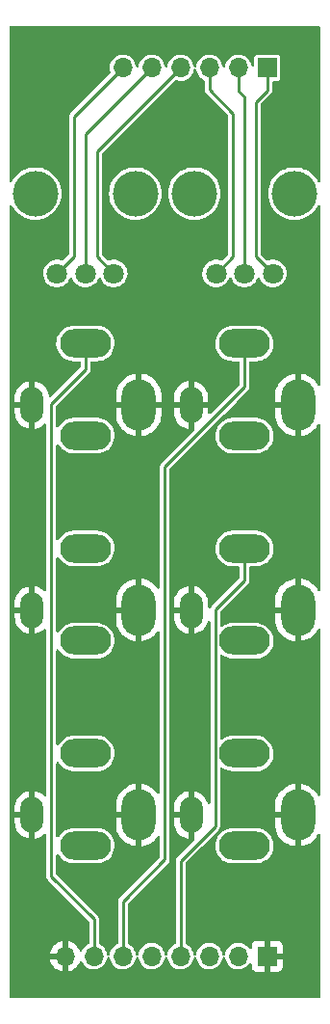
<source format=gtl>
%TF.GenerationSoftware,KiCad,Pcbnew,(6.0.1)*%
%TF.CreationDate,2022-10-17T21:45:17-04:00*%
%TF.ProjectId,ER-VCA2-01-CTRLS,45522d56-4341-4322-9d30-312d4354524c,1*%
%TF.SameCoordinates,Original*%
%TF.FileFunction,Copper,L1,Top*%
%TF.FilePolarity,Positive*%
%FSLAX46Y46*%
G04 Gerber Fmt 4.6, Leading zero omitted, Abs format (unit mm)*
G04 Created by KiCad (PCBNEW (6.0.1)) date 2022-10-17 21:45:17*
%MOMM*%
%LPD*%
G01*
G04 APERTURE LIST*
%TA.AperFunction,ComponentPad*%
%ADD10R,1.700000X1.700000*%
%TD*%
%TA.AperFunction,ComponentPad*%
%ADD11O,1.700000X1.700000*%
%TD*%
%TA.AperFunction,ComponentPad*%
%ADD12O,2.000000X3.200000*%
%TD*%
%TA.AperFunction,ComponentPad*%
%ADD13O,3.000000X4.500000*%
%TD*%
%TA.AperFunction,ComponentPad*%
%ADD14O,4.500000X2.500000*%
%TD*%
%TA.AperFunction,WasherPad*%
%ADD15C,4.000000*%
%TD*%
%TA.AperFunction,ComponentPad*%
%ADD16C,1.800000*%
%TD*%
%TA.AperFunction,Conductor*%
%ADD17C,0.250000*%
%TD*%
G04 APERTURE END LIST*
D10*
%TO.P,J2,1,Pin_1*%
%TO.N,GND*%
X59000000Y-109500000D03*
D11*
%TO.P,J2,2,Pin_2*%
%TO.N,/OUT1*%
X56460000Y-109500000D03*
%TO.P,J2,3,Pin_3*%
%TO.N,/OUT2*%
X53920000Y-109500000D03*
%TO.P,J2,4,Pin_4*%
%TO.N,/MOD1*%
X51380000Y-109500000D03*
%TO.P,J2,5,Pin_5*%
%TO.N,/MOD2*%
X48840000Y-109500000D03*
%TO.P,J2,6,Pin_6*%
%TO.N,/IN1*%
X46300000Y-109500000D03*
%TO.P,J2,7,Pin_7*%
%TO.N,/IN2*%
X43760000Y-109500000D03*
%TO.P,J2,8,Pin_8*%
%TO.N,GND*%
X41220000Y-109500000D03*
%TD*%
D10*
%TO.P,J1,1,Pin_1*%
%TO.N,/POT1_CW*%
X59000000Y-31500000D03*
D11*
%TO.P,J1,2,Pin_2*%
%TO.N,/POT1_W*%
X56460000Y-31500000D03*
%TO.P,J1,3,Pin_3*%
%TO.N,/POT1_CCW*%
X53920000Y-31500000D03*
%TO.P,J1,4,Pin_4*%
%TO.N,/POT2_CW*%
X51380000Y-31500000D03*
%TO.P,J1,5,Pin_5*%
%TO.N,/POT2_W*%
X48840000Y-31500000D03*
%TO.P,J1,6,Pin_6*%
%TO.N,/POT2_CCW*%
X46300000Y-31500000D03*
%TD*%
D12*
%TO.P,J3,S*%
%TO.N,GND*%
X52299994Y-97100007D03*
D13*
X61699994Y-97100007D03*
D14*
%TO.P,J3,T*%
%TO.N,/OUT1*%
X56999994Y-91700007D03*
%TO.P,J3,TN*%
%TO.N,N/C*%
X56999994Y-99800007D03*
%TD*%
D13*
%TO.P,J8,S*%
%TO.N,GND*%
X47699997Y-61100003D03*
D12*
X38299997Y-61100003D03*
D14*
%TO.P,J8,T*%
%TO.N,/IN2*%
X42999997Y-55700003D03*
%TO.P,J8,TN*%
%TO.N,N/C*%
X42999997Y-63800003D03*
%TD*%
D12*
%TO.P,J7,S*%
%TO.N,GND*%
X52299994Y-61100003D03*
D13*
X61699994Y-61100003D03*
D14*
%TO.P,J7,T*%
%TO.N,/IN1*%
X56999994Y-55700003D03*
%TO.P,J7,TN*%
%TO.N,N/C*%
X56999994Y-63800003D03*
%TD*%
D13*
%TO.P,J6,S*%
%TO.N,GND*%
X47699997Y-79099992D03*
D12*
X38299997Y-79099992D03*
D14*
%TO.P,J6,T*%
%TO.N,/MOD2*%
X42999997Y-73699992D03*
%TO.P,J6,TN*%
%TO.N,N/C*%
X42999997Y-81799992D03*
%TD*%
D13*
%TO.P,J5,S*%
%TO.N,GND*%
X61699994Y-79099992D03*
D12*
X52299994Y-79099992D03*
D14*
%TO.P,J5,T*%
%TO.N,/MOD1*%
X56999994Y-73699992D03*
%TO.P,J5,TN*%
%TO.N,N/C*%
X56999994Y-81799992D03*
%TD*%
D13*
%TO.P,J4,S*%
%TO.N,GND*%
X47699997Y-97100007D03*
D12*
X38299997Y-97100007D03*
D14*
%TO.P,J4,T*%
%TO.N,/OUT2*%
X42999997Y-91700007D03*
%TO.P,J4,TN*%
%TO.N,N/C*%
X42999997Y-99800007D03*
%TD*%
D15*
%TO.P,RV2,*%
%TO.N,*%
X47399999Y-42550012D03*
X38599999Y-42550012D03*
D16*
%TO.P,RV2,1,1*%
%TO.N,/POT2_CCW*%
X40499999Y-49550012D03*
%TO.P,RV2,2,2*%
%TO.N,/POT2_W*%
X42999999Y-49550012D03*
%TO.P,RV2,3,3*%
%TO.N,/POT2_CW*%
X45499999Y-49550012D03*
%TD*%
D15*
%TO.P,RV1,*%
%TO.N,*%
X61399999Y-42550012D03*
X52599999Y-42550012D03*
D16*
%TO.P,RV1,1,1*%
%TO.N,/POT1_CCW*%
X54499999Y-49550012D03*
%TO.P,RV1,2,2*%
%TO.N,/POT1_W*%
X56999999Y-49550012D03*
%TO.P,RV1,3,3*%
%TO.N,/POT1_CW*%
X59499999Y-49550012D03*
%TD*%
D17*
%TO.N,/POT1_CW*%
X58000000Y-48050000D02*
X58000000Y-34500000D01*
X59000000Y-33500000D02*
X59000000Y-31500000D01*
X59500000Y-49550000D02*
X58000000Y-48050000D01*
X58000000Y-34500000D02*
X59000000Y-33500000D01*
%TO.N,/POT1_W*%
X57000000Y-49550000D02*
X57000000Y-34080000D01*
X56460000Y-33540000D02*
X56460000Y-31500000D01*
X57000000Y-34080000D02*
X56460000Y-33540000D01*
%TO.N,/POT1_CCW*%
X56000000Y-35500000D02*
X53920000Y-33420000D01*
X54500000Y-49550000D02*
X56000000Y-48050000D01*
X53920000Y-33420000D02*
X53920000Y-31500000D01*
X56000000Y-48050000D02*
X56000000Y-35500000D01*
%TO.N,/POT2_CW*%
X44000000Y-48050000D02*
X44000000Y-38880000D01*
X44000000Y-38880000D02*
X51380000Y-31500000D01*
X45500000Y-49550000D02*
X44000000Y-48050000D01*
%TO.N,/POT2_W*%
X43000000Y-37340000D02*
X48840000Y-31500000D01*
X43000000Y-49550000D02*
X43000000Y-37340000D01*
%TO.N,/POT2_CCW*%
X42000000Y-35800000D02*
X46300000Y-31500000D01*
X40500000Y-49550000D02*
X42000000Y-48050000D01*
X42000000Y-48050000D02*
X42000000Y-35800000D01*
%TO.N,/MOD1*%
X54425480Y-79074520D02*
X57000000Y-76500000D01*
X54425480Y-98074520D02*
X54425480Y-79074520D01*
X51380000Y-101120000D02*
X54425480Y-98074520D01*
X57000000Y-76500000D02*
X57000000Y-73700000D01*
X51380000Y-109500000D02*
X51380000Y-101120000D01*
%TO.N,/IN1*%
X57000000Y-59500000D02*
X57000000Y-55700000D01*
X50000000Y-66500000D02*
X57000000Y-59500000D01*
X46300000Y-109500000D02*
X46300000Y-104700000D01*
X46300000Y-104700000D02*
X50000000Y-101000000D01*
X50000000Y-101000000D02*
X50000000Y-66500000D01*
%TO.N,/IN2*%
X43760000Y-106260000D02*
X43760000Y-109500000D01*
X40000000Y-102500000D02*
X43760000Y-106260000D01*
X40000000Y-61000000D02*
X40000000Y-102500000D01*
X43000000Y-58000000D02*
X40000000Y-61000000D01*
X43000000Y-55700000D02*
X43000000Y-58000000D01*
%TD*%
%TA.AperFunction,Conductor*%
%TO.N,GND*%
G36*
X63637321Y-27824802D02*
G01*
X63683814Y-27878458D01*
X63695200Y-27930800D01*
X63695200Y-41451629D01*
X63675198Y-41519750D01*
X63621542Y-41566243D01*
X63551268Y-41576347D01*
X63486688Y-41546853D01*
X63456194Y-41507357D01*
X63402558Y-41398593D01*
X63402555Y-41398588D01*
X63400731Y-41394889D01*
X63232840Y-41143623D01*
X63033590Y-40916421D01*
X62806388Y-40717171D01*
X62555122Y-40549280D01*
X62551423Y-40547456D01*
X62551418Y-40547453D01*
X62412308Y-40478852D01*
X62284092Y-40415623D01*
X62280186Y-40414297D01*
X62001848Y-40319814D01*
X62001844Y-40319813D01*
X61997935Y-40318486D01*
X61993891Y-40317682D01*
X61993885Y-40317680D01*
X61705586Y-40260333D01*
X61705580Y-40260332D01*
X61701547Y-40259530D01*
X61697442Y-40259261D01*
X61697435Y-40259260D01*
X61404119Y-40240036D01*
X61399999Y-40239766D01*
X61395879Y-40240036D01*
X61102563Y-40259260D01*
X61102556Y-40259261D01*
X61098451Y-40259530D01*
X61094418Y-40260332D01*
X61094412Y-40260333D01*
X60806113Y-40317680D01*
X60806107Y-40317682D01*
X60802063Y-40318486D01*
X60798154Y-40319813D01*
X60798150Y-40319814D01*
X60519812Y-40414297D01*
X60515906Y-40415623D01*
X60387690Y-40478852D01*
X60248580Y-40547453D01*
X60248575Y-40547456D01*
X60244876Y-40549280D01*
X59993610Y-40717171D01*
X59766408Y-40916421D01*
X59567158Y-41143623D01*
X59399267Y-41394889D01*
X59265610Y-41665919D01*
X59168473Y-41952076D01*
X59109517Y-42248464D01*
X59089753Y-42550012D01*
X59109517Y-42851560D01*
X59168473Y-43147948D01*
X59265610Y-43434105D01*
X59399267Y-43705135D01*
X59567158Y-43956401D01*
X59766408Y-44183603D01*
X59993610Y-44382853D01*
X60244876Y-44550744D01*
X60248575Y-44552568D01*
X60248580Y-44552571D01*
X60387690Y-44621172D01*
X60515906Y-44684401D01*
X60519811Y-44685726D01*
X60519812Y-44685727D01*
X60798150Y-44780210D01*
X60798154Y-44780211D01*
X60802063Y-44781538D01*
X60806107Y-44782342D01*
X60806113Y-44782344D01*
X61094412Y-44839691D01*
X61094418Y-44839692D01*
X61098451Y-44840494D01*
X61102556Y-44840763D01*
X61102563Y-44840764D01*
X61395879Y-44859988D01*
X61399999Y-44860258D01*
X61404119Y-44859988D01*
X61697435Y-44840764D01*
X61697442Y-44840763D01*
X61701547Y-44840494D01*
X61705580Y-44839692D01*
X61705586Y-44839691D01*
X61993885Y-44782344D01*
X61993891Y-44782342D01*
X61997935Y-44781538D01*
X62001844Y-44780211D01*
X62001848Y-44780210D01*
X62280186Y-44685727D01*
X62280187Y-44685726D01*
X62284092Y-44684401D01*
X62412308Y-44621172D01*
X62551418Y-44552571D01*
X62551423Y-44552568D01*
X62555122Y-44550744D01*
X62806388Y-44382853D01*
X63033590Y-44183603D01*
X63232840Y-43956401D01*
X63400731Y-43705135D01*
X63456194Y-43592667D01*
X63504262Y-43540418D01*
X63572948Y-43522451D01*
X63640444Y-43544470D01*
X63685320Y-43599485D01*
X63695200Y-43648395D01*
X63695200Y-59319932D01*
X63675198Y-59388053D01*
X63621542Y-59434546D01*
X63551268Y-59444650D01*
X63486688Y-59415156D01*
X63457948Y-59379085D01*
X63409099Y-59287213D01*
X63404445Y-59279765D01*
X63244556Y-59059697D01*
X63238909Y-59052967D01*
X63049943Y-58857287D01*
X63043421Y-58851415D01*
X62829061Y-58683939D01*
X62821787Y-58679033D01*
X62586205Y-58543019D01*
X62578313Y-58539170D01*
X62326098Y-58437268D01*
X62317740Y-58434552D01*
X62053802Y-58368746D01*
X62045157Y-58367221D01*
X61972009Y-58359533D01*
X61957359Y-58362212D01*
X61953994Y-58374533D01*
X61953994Y-63826077D01*
X61957773Y-63838946D01*
X61972839Y-63840869D01*
X62182636Y-63803876D01*
X62191137Y-63801757D01*
X62449852Y-63717695D01*
X62457999Y-63714404D01*
X62702493Y-63595155D01*
X62710090Y-63590770D01*
X62935615Y-63438651D01*
X62942532Y-63433247D01*
X63144685Y-63251227D01*
X63150784Y-63244912D01*
X63325636Y-63036532D01*
X63330798Y-63029427D01*
X63462346Y-62818907D01*
X63515407Y-62771737D01*
X63585547Y-62760742D01*
X63650497Y-62789413D01*
X63689636Y-62848647D01*
X63695200Y-62885677D01*
X63695200Y-77319921D01*
X63675198Y-77388042D01*
X63621542Y-77434535D01*
X63551268Y-77444639D01*
X63486688Y-77415145D01*
X63457948Y-77379074D01*
X63409099Y-77287202D01*
X63404445Y-77279754D01*
X63244556Y-77059686D01*
X63238909Y-77052956D01*
X63049943Y-76857276D01*
X63043421Y-76851404D01*
X62829061Y-76683928D01*
X62821787Y-76679022D01*
X62586205Y-76543008D01*
X62578313Y-76539159D01*
X62326098Y-76437257D01*
X62317740Y-76434541D01*
X62053802Y-76368735D01*
X62045157Y-76367210D01*
X61972009Y-76359522D01*
X61957359Y-76362201D01*
X61953994Y-76374522D01*
X61953994Y-81826066D01*
X61957773Y-81838935D01*
X61972839Y-81840858D01*
X62182636Y-81803865D01*
X62191137Y-81801746D01*
X62449852Y-81717684D01*
X62457999Y-81714393D01*
X62702493Y-81595144D01*
X62710090Y-81590759D01*
X62935615Y-81438640D01*
X62942532Y-81433236D01*
X63144685Y-81251216D01*
X63150784Y-81244901D01*
X63325636Y-81036521D01*
X63330798Y-81029416D01*
X63462346Y-80818896D01*
X63515407Y-80771726D01*
X63585547Y-80760731D01*
X63650497Y-80789402D01*
X63689636Y-80848636D01*
X63695200Y-80885666D01*
X63695200Y-95319936D01*
X63675198Y-95388057D01*
X63621542Y-95434550D01*
X63551268Y-95444654D01*
X63486688Y-95415160D01*
X63457948Y-95379089D01*
X63409099Y-95287217D01*
X63404445Y-95279769D01*
X63244556Y-95059701D01*
X63238909Y-95052971D01*
X63049943Y-94857291D01*
X63043421Y-94851419D01*
X62829061Y-94683943D01*
X62821787Y-94679037D01*
X62586205Y-94543023D01*
X62578313Y-94539174D01*
X62326098Y-94437272D01*
X62317740Y-94434556D01*
X62053802Y-94368750D01*
X62045157Y-94367225D01*
X61972009Y-94359537D01*
X61957359Y-94362216D01*
X61953994Y-94374537D01*
X61953994Y-99826081D01*
X61957773Y-99838950D01*
X61972839Y-99840873D01*
X62182636Y-99803880D01*
X62191137Y-99801761D01*
X62449852Y-99717699D01*
X62457999Y-99714408D01*
X62702493Y-99595159D01*
X62710090Y-99590774D01*
X62935615Y-99438655D01*
X62942532Y-99433251D01*
X63144685Y-99251231D01*
X63150784Y-99244916D01*
X63325636Y-99036536D01*
X63330798Y-99029431D01*
X63462346Y-98818911D01*
X63515407Y-98771741D01*
X63585547Y-98760746D01*
X63650497Y-98789417D01*
X63689636Y-98848651D01*
X63695200Y-98885681D01*
X63695200Y-113069200D01*
X63675198Y-113137321D01*
X63621542Y-113183814D01*
X63569200Y-113195200D01*
X36430800Y-113195200D01*
X36362679Y-113175198D01*
X36316186Y-113121542D01*
X36304800Y-113069200D01*
X36304800Y-109767966D01*
X39888257Y-109767966D01*
X39918565Y-109902446D01*
X39921645Y-109912275D01*
X40001770Y-110109603D01*
X40006413Y-110118794D01*
X40117694Y-110300388D01*
X40123777Y-110308699D01*
X40263213Y-110469667D01*
X40270580Y-110476883D01*
X40434434Y-110612916D01*
X40442881Y-110618831D01*
X40626756Y-110726279D01*
X40636042Y-110730729D01*
X40835001Y-110806703D01*
X40844899Y-110809579D01*
X40948250Y-110830606D01*
X40962299Y-110829410D01*
X40966000Y-110819065D01*
X40966000Y-109772115D01*
X40961525Y-109756876D01*
X40960135Y-109755671D01*
X40952452Y-109754000D01*
X39903225Y-109754000D01*
X39889694Y-109757973D01*
X39888257Y-109767966D01*
X36304800Y-109767966D01*
X36304800Y-109234183D01*
X39884389Y-109234183D01*
X39885912Y-109242607D01*
X39898292Y-109246000D01*
X40947885Y-109246000D01*
X40963124Y-109241525D01*
X40964329Y-109240135D01*
X40966000Y-109232452D01*
X40966000Y-108183102D01*
X40962082Y-108169758D01*
X40947806Y-108167771D01*
X40909324Y-108173660D01*
X40899288Y-108176051D01*
X40696868Y-108242212D01*
X40687359Y-108246209D01*
X40498463Y-108344542D01*
X40489738Y-108350036D01*
X40319433Y-108477905D01*
X40311726Y-108484748D01*
X40164590Y-108638717D01*
X40158104Y-108646727D01*
X40038098Y-108822649D01*
X40033000Y-108831623D01*
X39943338Y-109024783D01*
X39939775Y-109034470D01*
X39884389Y-109234183D01*
X36304800Y-109234183D01*
X36304800Y-97758463D01*
X36791997Y-97758463D01*
X36792199Y-97763495D01*
X36806147Y-97936850D01*
X36807759Y-97946803D01*
X36863230Y-98172640D01*
X36866413Y-98182210D01*
X36957277Y-98396272D01*
X36961952Y-98405214D01*
X37085871Y-98601994D01*
X37091911Y-98610067D01*
X37245700Y-98784507D01*
X37252953Y-98791511D01*
X37432651Y-98939117D01*
X37440933Y-98944873D01*
X37641916Y-99061848D01*
X37651021Y-99066210D01*
X37868112Y-99149544D01*
X37877801Y-99152395D01*
X38028261Y-99183828D01*
X38042322Y-99182705D01*
X38045997Y-99172597D01*
X38045997Y-99170597D01*
X38553997Y-99170597D01*
X38558133Y-99184683D01*
X38571111Y-99186732D01*
X38588827Y-99184682D01*
X38598724Y-99182722D01*
X38822491Y-99119403D01*
X38831935Y-99115891D01*
X39042702Y-99017608D01*
X39051468Y-99012629D01*
X39243799Y-98881920D01*
X39251674Y-98875588D01*
X39357127Y-98775866D01*
X39420365Y-98743594D01*
X39491011Y-98750634D01*
X39546637Y-98794751D01*
X39569700Y-98867414D01*
X39569700Y-102466982D01*
X39568827Y-102481790D01*
X39565054Y-102513668D01*
X39566746Y-102522932D01*
X39566746Y-102522933D01*
X39575111Y-102568733D01*
X39575761Y-102572637D01*
X39584077Y-102627955D01*
X39587062Y-102634171D01*
X39588301Y-102640956D01*
X39592643Y-102649314D01*
X39614100Y-102690619D01*
X39615869Y-102694159D01*
X39640088Y-102744596D01*
X39644771Y-102749662D01*
X39647949Y-102755780D01*
X39652070Y-102760606D01*
X39687572Y-102796108D01*
X39691001Y-102799674D01*
X39727919Y-102839612D01*
X39734052Y-102843175D01*
X39739677Y-102848213D01*
X43292795Y-106401331D01*
X43326821Y-106463643D01*
X43329700Y-106490426D01*
X43329700Y-108340855D01*
X43309698Y-108408976D01*
X43260326Y-108452483D01*
X43260500Y-108452776D01*
X43255530Y-108455733D01*
X43126672Y-108532396D01*
X43078023Y-108561339D01*
X42918385Y-108701337D01*
X42914818Y-108705862D01*
X42914813Y-108705867D01*
X42792663Y-108860814D01*
X42786933Y-108868083D01*
X42784245Y-108873192D01*
X42711702Y-109011074D01*
X42662282Y-109062047D01*
X42593150Y-109078210D01*
X42526254Y-109054431D01*
X42484643Y-109002649D01*
X42422972Y-108860814D01*
X42418105Y-108851739D01*
X42302426Y-108672926D01*
X42296136Y-108664757D01*
X42152806Y-108507240D01*
X42145273Y-108500215D01*
X41978139Y-108368222D01*
X41969552Y-108362517D01*
X41783117Y-108259599D01*
X41773705Y-108255369D01*
X41572959Y-108184280D01*
X41562988Y-108181646D01*
X41491837Y-108168972D01*
X41478540Y-108170432D01*
X41474000Y-108184989D01*
X41474000Y-110818517D01*
X41478064Y-110832359D01*
X41491478Y-110834393D01*
X41498184Y-110833534D01*
X41508262Y-110831392D01*
X41712255Y-110770191D01*
X41721842Y-110766433D01*
X41913095Y-110672739D01*
X41921945Y-110667464D01*
X42095328Y-110543792D01*
X42103200Y-110537139D01*
X42254052Y-110386812D01*
X42260730Y-110378965D01*
X42385003Y-110206020D01*
X42390313Y-110197183D01*
X42484673Y-110006260D01*
X42485578Y-110003976D01*
X42486191Y-110003191D01*
X42486964Y-110001626D01*
X42487287Y-110001786D01*
X42529253Y-109948003D01*
X42596256Y-109924527D01*
X42665314Y-109941003D01*
X42717155Y-109997609D01*
X42755195Y-110080124D01*
X42877740Y-110253521D01*
X42950202Y-110324111D01*
X43014567Y-110386812D01*
X43029832Y-110401683D01*
X43034628Y-110404888D01*
X43034631Y-110404890D01*
X43105663Y-110452352D01*
X43206377Y-110519647D01*
X43211685Y-110521928D01*
X43211686Y-110521928D01*
X43396160Y-110601184D01*
X43396163Y-110601185D01*
X43401463Y-110603462D01*
X43407092Y-110604736D01*
X43407093Y-110604736D01*
X43602921Y-110649048D01*
X43602924Y-110649048D01*
X43608557Y-110650323D01*
X43614328Y-110650550D01*
X43614330Y-110650550D01*
X43679086Y-110653094D01*
X43820723Y-110658659D01*
X43925789Y-110643425D01*
X44025141Y-110629020D01*
X44025146Y-110629019D01*
X44030855Y-110628191D01*
X44036319Y-110626336D01*
X44036324Y-110626335D01*
X44226448Y-110561796D01*
X44231916Y-110559940D01*
X44417172Y-110456192D01*
X44580420Y-110320420D01*
X44675566Y-110206020D01*
X44712501Y-110161610D01*
X44716192Y-110157172D01*
X44819940Y-109971916D01*
X44888191Y-109770855D01*
X44889019Y-109765146D01*
X44889020Y-109765141D01*
X44900334Y-109687105D01*
X44903287Y-109666738D01*
X44932857Y-109602193D01*
X44992628Y-109563881D01*
X45063625Y-109563965D01*
X45123305Y-109602420D01*
X45152722Y-109667036D01*
X45153565Y-109675147D01*
X45153658Y-109675733D01*
X45154036Y-109681503D01*
X45206301Y-109887299D01*
X45295195Y-110080124D01*
X45417740Y-110253521D01*
X45490202Y-110324111D01*
X45554567Y-110386812D01*
X45569832Y-110401683D01*
X45574628Y-110404888D01*
X45574631Y-110404890D01*
X45645663Y-110452352D01*
X45746377Y-110519647D01*
X45751685Y-110521928D01*
X45751686Y-110521928D01*
X45936160Y-110601184D01*
X45936163Y-110601185D01*
X45941463Y-110603462D01*
X45947092Y-110604736D01*
X45947093Y-110604736D01*
X46142921Y-110649048D01*
X46142924Y-110649048D01*
X46148557Y-110650323D01*
X46154328Y-110650550D01*
X46154330Y-110650550D01*
X46219086Y-110653094D01*
X46360723Y-110658659D01*
X46465789Y-110643425D01*
X46565141Y-110629020D01*
X46565146Y-110629019D01*
X46570855Y-110628191D01*
X46576319Y-110626336D01*
X46576324Y-110626335D01*
X46766448Y-110561796D01*
X46771916Y-110559940D01*
X46957172Y-110456192D01*
X47120420Y-110320420D01*
X47215566Y-110206020D01*
X47252501Y-110161610D01*
X47256192Y-110157172D01*
X47359940Y-109971916D01*
X47428191Y-109770855D01*
X47429019Y-109765146D01*
X47429020Y-109765141D01*
X47440334Y-109687105D01*
X47443287Y-109666738D01*
X47472857Y-109602193D01*
X47532628Y-109563881D01*
X47603625Y-109563965D01*
X47663305Y-109602420D01*
X47692722Y-109667036D01*
X47693565Y-109675147D01*
X47693658Y-109675733D01*
X47694036Y-109681503D01*
X47746301Y-109887299D01*
X47835195Y-110080124D01*
X47957740Y-110253521D01*
X48030202Y-110324111D01*
X48094567Y-110386812D01*
X48109832Y-110401683D01*
X48114628Y-110404888D01*
X48114631Y-110404890D01*
X48185663Y-110452352D01*
X48286377Y-110519647D01*
X48291685Y-110521928D01*
X48291686Y-110521928D01*
X48476160Y-110601184D01*
X48476163Y-110601185D01*
X48481463Y-110603462D01*
X48487092Y-110604736D01*
X48487093Y-110604736D01*
X48682921Y-110649048D01*
X48682924Y-110649048D01*
X48688557Y-110650323D01*
X48694328Y-110650550D01*
X48694330Y-110650550D01*
X48759086Y-110653094D01*
X48900723Y-110658659D01*
X49005789Y-110643425D01*
X49105141Y-110629020D01*
X49105146Y-110629019D01*
X49110855Y-110628191D01*
X49116319Y-110626336D01*
X49116324Y-110626335D01*
X49306448Y-110561796D01*
X49311916Y-110559940D01*
X49497172Y-110456192D01*
X49660420Y-110320420D01*
X49755566Y-110206020D01*
X49792501Y-110161610D01*
X49796192Y-110157172D01*
X49899940Y-109971916D01*
X49968191Y-109770855D01*
X49969019Y-109765146D01*
X49969020Y-109765141D01*
X49980334Y-109687105D01*
X49983287Y-109666738D01*
X50012857Y-109602193D01*
X50072628Y-109563881D01*
X50143625Y-109563965D01*
X50203305Y-109602420D01*
X50232722Y-109667036D01*
X50233565Y-109675147D01*
X50233658Y-109675733D01*
X50234036Y-109681503D01*
X50286301Y-109887299D01*
X50375195Y-110080124D01*
X50497740Y-110253521D01*
X50570202Y-110324111D01*
X50634567Y-110386812D01*
X50649832Y-110401683D01*
X50654628Y-110404888D01*
X50654631Y-110404890D01*
X50725663Y-110452352D01*
X50826377Y-110519647D01*
X50831685Y-110521928D01*
X50831686Y-110521928D01*
X51016160Y-110601184D01*
X51016163Y-110601185D01*
X51021463Y-110603462D01*
X51027092Y-110604736D01*
X51027093Y-110604736D01*
X51222921Y-110649048D01*
X51222924Y-110649048D01*
X51228557Y-110650323D01*
X51234328Y-110650550D01*
X51234330Y-110650550D01*
X51299086Y-110653094D01*
X51440723Y-110658659D01*
X51545789Y-110643425D01*
X51645141Y-110629020D01*
X51645146Y-110629019D01*
X51650855Y-110628191D01*
X51656319Y-110626336D01*
X51656324Y-110626335D01*
X51846448Y-110561796D01*
X51851916Y-110559940D01*
X52037172Y-110456192D01*
X52200420Y-110320420D01*
X52295566Y-110206020D01*
X52332501Y-110161610D01*
X52336192Y-110157172D01*
X52439940Y-109971916D01*
X52508191Y-109770855D01*
X52509019Y-109765146D01*
X52509020Y-109765141D01*
X52520334Y-109687105D01*
X52523287Y-109666738D01*
X52552857Y-109602193D01*
X52612628Y-109563881D01*
X52683625Y-109563965D01*
X52743305Y-109602420D01*
X52772722Y-109667036D01*
X52773565Y-109675147D01*
X52773658Y-109675733D01*
X52774036Y-109681503D01*
X52826301Y-109887299D01*
X52915195Y-110080124D01*
X53037740Y-110253521D01*
X53110202Y-110324111D01*
X53174567Y-110386812D01*
X53189832Y-110401683D01*
X53194628Y-110404888D01*
X53194631Y-110404890D01*
X53265663Y-110452352D01*
X53366377Y-110519647D01*
X53371685Y-110521928D01*
X53371686Y-110521928D01*
X53556160Y-110601184D01*
X53556163Y-110601185D01*
X53561463Y-110603462D01*
X53567092Y-110604736D01*
X53567093Y-110604736D01*
X53762921Y-110649048D01*
X53762924Y-110649048D01*
X53768557Y-110650323D01*
X53774328Y-110650550D01*
X53774330Y-110650550D01*
X53839086Y-110653094D01*
X53980723Y-110658659D01*
X54085789Y-110643425D01*
X54185141Y-110629020D01*
X54185146Y-110629019D01*
X54190855Y-110628191D01*
X54196319Y-110626336D01*
X54196324Y-110626335D01*
X54386448Y-110561796D01*
X54391916Y-110559940D01*
X54577172Y-110456192D01*
X54740420Y-110320420D01*
X54835566Y-110206020D01*
X54872501Y-110161610D01*
X54876192Y-110157172D01*
X54979940Y-109971916D01*
X55048191Y-109770855D01*
X55049019Y-109765146D01*
X55049020Y-109765141D01*
X55060334Y-109687105D01*
X55063287Y-109666738D01*
X55092857Y-109602193D01*
X55152628Y-109563881D01*
X55223625Y-109563965D01*
X55283305Y-109602420D01*
X55312722Y-109667036D01*
X55313565Y-109675147D01*
X55313658Y-109675733D01*
X55314036Y-109681503D01*
X55366301Y-109887299D01*
X55455195Y-110080124D01*
X55577740Y-110253521D01*
X55650202Y-110324111D01*
X55714567Y-110386812D01*
X55729832Y-110401683D01*
X55734628Y-110404888D01*
X55734631Y-110404890D01*
X55805663Y-110452352D01*
X55906377Y-110519647D01*
X55911685Y-110521928D01*
X55911686Y-110521928D01*
X56096160Y-110601184D01*
X56096163Y-110601185D01*
X56101463Y-110603462D01*
X56107092Y-110604736D01*
X56107093Y-110604736D01*
X56302921Y-110649048D01*
X56302924Y-110649048D01*
X56308557Y-110650323D01*
X56314328Y-110650550D01*
X56314330Y-110650550D01*
X56379086Y-110653094D01*
X56520723Y-110658659D01*
X56625789Y-110643425D01*
X56725141Y-110629020D01*
X56725146Y-110629019D01*
X56730855Y-110628191D01*
X56736319Y-110626336D01*
X56736324Y-110626335D01*
X56926448Y-110561796D01*
X56931916Y-110559940D01*
X57117172Y-110456192D01*
X57280420Y-110320420D01*
X57416192Y-110157172D01*
X57417195Y-110158006D01*
X57467235Y-110117291D01*
X57537788Y-110109369D01*
X57601424Y-110140849D01*
X57637939Y-110201736D01*
X57642001Y-110233471D01*
X57642001Y-110394669D01*
X57642371Y-110401490D01*
X57647895Y-110452352D01*
X57651521Y-110467604D01*
X57696676Y-110588054D01*
X57705214Y-110603649D01*
X57781715Y-110705724D01*
X57794276Y-110718285D01*
X57896351Y-110794786D01*
X57911946Y-110803324D01*
X58032394Y-110848478D01*
X58047649Y-110852105D01*
X58098514Y-110857631D01*
X58105328Y-110858000D01*
X58727885Y-110858000D01*
X58743124Y-110853525D01*
X58744329Y-110852135D01*
X58746000Y-110844452D01*
X58746000Y-110839884D01*
X59254000Y-110839884D01*
X59258475Y-110855123D01*
X59259865Y-110856328D01*
X59267548Y-110857999D01*
X59894669Y-110857999D01*
X59901490Y-110857629D01*
X59952352Y-110852105D01*
X59967604Y-110848479D01*
X60088054Y-110803324D01*
X60103649Y-110794786D01*
X60205724Y-110718285D01*
X60218285Y-110705724D01*
X60294786Y-110603649D01*
X60303324Y-110588054D01*
X60348478Y-110467606D01*
X60352105Y-110452351D01*
X60357631Y-110401486D01*
X60358000Y-110394672D01*
X60358000Y-109772115D01*
X60353525Y-109756876D01*
X60352135Y-109755671D01*
X60344452Y-109754000D01*
X59272115Y-109754000D01*
X59256876Y-109758475D01*
X59255671Y-109759865D01*
X59254000Y-109767548D01*
X59254000Y-110839884D01*
X58746000Y-110839884D01*
X58746000Y-109227885D01*
X59254000Y-109227885D01*
X59258475Y-109243124D01*
X59259865Y-109244329D01*
X59267548Y-109246000D01*
X60339884Y-109246000D01*
X60355123Y-109241525D01*
X60356328Y-109240135D01*
X60357999Y-109232452D01*
X60357999Y-108605331D01*
X60357629Y-108598510D01*
X60352105Y-108547648D01*
X60348479Y-108532396D01*
X60303324Y-108411946D01*
X60294786Y-108396351D01*
X60218285Y-108294276D01*
X60205724Y-108281715D01*
X60103649Y-108205214D01*
X60088054Y-108196676D01*
X59967606Y-108151522D01*
X59952351Y-108147895D01*
X59901486Y-108142369D01*
X59894672Y-108142000D01*
X59272115Y-108142000D01*
X59256876Y-108146475D01*
X59255671Y-108147865D01*
X59254000Y-108155548D01*
X59254000Y-109227885D01*
X58746000Y-109227885D01*
X58746000Y-108160116D01*
X58741525Y-108144877D01*
X58740135Y-108143672D01*
X58732452Y-108142001D01*
X58105331Y-108142001D01*
X58098510Y-108142371D01*
X58047648Y-108147895D01*
X58032396Y-108151521D01*
X57911946Y-108196676D01*
X57896351Y-108205214D01*
X57794276Y-108281715D01*
X57781715Y-108294276D01*
X57705214Y-108396351D01*
X57696676Y-108411946D01*
X57651522Y-108532394D01*
X57647895Y-108547649D01*
X57642369Y-108598514D01*
X57642000Y-108605328D01*
X57642000Y-108772540D01*
X57621998Y-108840661D01*
X57568342Y-108887154D01*
X57498068Y-108897258D01*
X57433488Y-108867764D01*
X57415042Y-108847929D01*
X57325686Y-108728266D01*
X57325685Y-108728265D01*
X57322233Y-108723642D01*
X57194242Y-108605328D01*
X57170555Y-108583432D01*
X57170552Y-108583430D01*
X57166315Y-108579513D01*
X56986742Y-108466211D01*
X56955394Y-108453704D01*
X56843283Y-108408976D01*
X56789529Y-108387530D01*
X56783861Y-108386403D01*
X56783859Y-108386402D01*
X56586946Y-108347234D01*
X56586944Y-108347234D01*
X56581279Y-108346107D01*
X56575504Y-108346031D01*
X56575500Y-108346031D01*
X56469283Y-108344641D01*
X56368968Y-108343328D01*
X56363271Y-108344307D01*
X56363270Y-108344307D01*
X56165395Y-108378308D01*
X56165392Y-108378309D01*
X56159705Y-108379286D01*
X55960500Y-108452776D01*
X55778023Y-108561339D01*
X55618385Y-108701337D01*
X55614818Y-108705862D01*
X55614813Y-108705867D01*
X55492663Y-108860814D01*
X55486933Y-108868083D01*
X55484245Y-108873192D01*
X55390759Y-109050880D01*
X55390757Y-109050885D01*
X55388070Y-109055992D01*
X55325105Y-109258771D01*
X55324426Y-109264510D01*
X55315690Y-109338321D01*
X55287820Y-109403619D01*
X55229072Y-109443483D01*
X55158097Y-109445258D01*
X55097430Y-109408379D01*
X55066333Y-109344555D01*
X55065092Y-109335041D01*
X55061350Y-109294315D01*
X55061349Y-109294312D01*
X55060821Y-109288561D01*
X55048818Y-109246000D01*
X55004754Y-109089764D01*
X55003186Y-109084204D01*
X54909275Y-108893772D01*
X54782233Y-108723642D01*
X54654242Y-108605328D01*
X54630555Y-108583432D01*
X54630552Y-108583430D01*
X54626315Y-108579513D01*
X54446742Y-108466211D01*
X54415394Y-108453704D01*
X54303283Y-108408976D01*
X54249529Y-108387530D01*
X54243861Y-108386403D01*
X54243859Y-108386402D01*
X54046946Y-108347234D01*
X54046944Y-108347234D01*
X54041279Y-108346107D01*
X54035504Y-108346031D01*
X54035500Y-108346031D01*
X53929283Y-108344641D01*
X53828968Y-108343328D01*
X53823271Y-108344307D01*
X53823270Y-108344307D01*
X53625395Y-108378308D01*
X53625392Y-108378309D01*
X53619705Y-108379286D01*
X53420500Y-108452776D01*
X53238023Y-108561339D01*
X53078385Y-108701337D01*
X53074818Y-108705862D01*
X53074813Y-108705867D01*
X52952663Y-108860814D01*
X52946933Y-108868083D01*
X52944245Y-108873192D01*
X52850759Y-109050880D01*
X52850757Y-109050885D01*
X52848070Y-109055992D01*
X52785105Y-109258771D01*
X52784426Y-109264510D01*
X52775690Y-109338321D01*
X52747820Y-109403619D01*
X52689072Y-109443483D01*
X52618097Y-109445258D01*
X52557430Y-109408379D01*
X52526333Y-109344555D01*
X52525092Y-109335041D01*
X52521350Y-109294315D01*
X52521349Y-109294312D01*
X52520821Y-109288561D01*
X52508818Y-109246000D01*
X52464754Y-109089764D01*
X52463186Y-109084204D01*
X52369275Y-108893772D01*
X52242233Y-108723642D01*
X52114242Y-108605328D01*
X52090555Y-108583432D01*
X52090552Y-108583430D01*
X52086315Y-108579513D01*
X51906742Y-108466211D01*
X51889611Y-108459376D01*
X51833752Y-108415557D01*
X51810300Y-108342346D01*
X51810300Y-101350426D01*
X51830302Y-101282305D01*
X51847205Y-101261331D01*
X53254073Y-99854463D01*
X54440585Y-99854463D01*
X54469351Y-100103083D01*
X54537497Y-100343905D01*
X54539631Y-100348480D01*
X54539633Y-100348487D01*
X54620996Y-100522969D01*
X54643269Y-100570734D01*
X54646110Y-100574914D01*
X54646112Y-100574918D01*
X54705538Y-100662361D01*
X54783946Y-100777735D01*
X54787423Y-100781412D01*
X54787428Y-100781418D01*
X54926571Y-100928556D01*
X54955909Y-100959580D01*
X55154734Y-101111594D01*
X55159192Y-101113984D01*
X55159193Y-101113985D01*
X55259468Y-101167752D01*
X55375305Y-101229863D01*
X55611948Y-101311345D01*
X55706153Y-101327617D01*
X55854665Y-101353270D01*
X55854671Y-101353271D01*
X55858575Y-101353945D01*
X55862536Y-101354125D01*
X55862537Y-101354125D01*
X55887149Y-101355243D01*
X55887168Y-101355243D01*
X55888568Y-101355307D01*
X58062884Y-101355307D01*
X58065392Y-101355105D01*
X58065397Y-101355105D01*
X58244425Y-101340701D01*
X58244430Y-101340700D01*
X58249466Y-101340295D01*
X58254374Y-101339090D01*
X58254377Y-101339089D01*
X58487606Y-101281802D01*
X58492520Y-101280595D01*
X58497172Y-101278620D01*
X58497176Y-101278619D01*
X58702548Y-101191444D01*
X58722903Y-101182804D01*
X58840947Y-101108467D01*
X58930407Y-101052131D01*
X58930410Y-101052129D01*
X58934686Y-101049436D01*
X59122423Y-100883924D01*
X59281282Y-100690526D01*
X59407177Y-100474216D01*
X59496869Y-100240561D01*
X59548050Y-99995572D01*
X59559403Y-99745551D01*
X59556181Y-99717699D01*
X59533419Y-99520977D01*
X59530637Y-99496931D01*
X59514147Y-99438655D01*
X59463869Y-99260978D01*
X59463868Y-99260976D01*
X59462491Y-99256109D01*
X59460357Y-99251534D01*
X59460355Y-99251527D01*
X59360234Y-99036818D01*
X59356719Y-99029280D01*
X59350248Y-99019757D01*
X59275309Y-98909488D01*
X59216042Y-98822279D01*
X59212565Y-98818602D01*
X59212560Y-98818596D01*
X59047558Y-98644113D01*
X59044079Y-98640434D01*
X58845254Y-98488420D01*
X58624683Y-98370151D01*
X58388040Y-98288669D01*
X58227420Y-98260925D01*
X58145323Y-98246744D01*
X58145317Y-98246743D01*
X58141413Y-98246069D01*
X58137452Y-98245889D01*
X58137451Y-98245889D01*
X58112839Y-98244771D01*
X58112820Y-98244771D01*
X58111420Y-98244707D01*
X55937104Y-98244707D01*
X55934596Y-98244909D01*
X55934591Y-98244909D01*
X55755563Y-98259313D01*
X55755558Y-98259314D01*
X55750522Y-98259719D01*
X55745614Y-98260924D01*
X55745611Y-98260925D01*
X55512382Y-98318212D01*
X55507468Y-98319419D01*
X55502816Y-98321394D01*
X55502812Y-98321395D01*
X55491092Y-98326370D01*
X55277085Y-98417210D01*
X55272801Y-98419908D01*
X55069581Y-98547883D01*
X55069578Y-98547885D01*
X55065302Y-98550578D01*
X54877565Y-98716090D01*
X54718706Y-98909488D01*
X54592811Y-99125798D01*
X54503119Y-99359453D01*
X54502085Y-99364403D01*
X54502084Y-99364406D01*
X54469375Y-99520977D01*
X54451938Y-99604442D01*
X54440585Y-99854463D01*
X53254073Y-99854463D01*
X54706399Y-98402137D01*
X54717488Y-98392282D01*
X54735301Y-98378239D01*
X54742698Y-98372408D01*
X54774550Y-98326323D01*
X54776818Y-98323150D01*
X54804462Y-98285723D01*
X54810060Y-98278144D01*
X54812345Y-98271637D01*
X54816266Y-98265964D01*
X54833136Y-98212620D01*
X54834390Y-98208863D01*
X54849810Y-98164953D01*
X54849811Y-98164949D01*
X54852932Y-98156061D01*
X54853203Y-98149168D01*
X54855282Y-98142594D01*
X54855780Y-98136267D01*
X54855780Y-98086053D01*
X54855877Y-98081106D01*
X54857642Y-98036177D01*
X54858012Y-98026768D01*
X54856195Y-98019915D01*
X54855780Y-98012375D01*
X54855780Y-97917930D01*
X59691994Y-97917930D01*
X59692147Y-97922315D01*
X59706373Y-98125764D01*
X59707593Y-98134445D01*
X59764153Y-98400537D01*
X59766572Y-98408974D01*
X59859611Y-98664594D01*
X59863180Y-98672610D01*
X59990889Y-98912797D01*
X59995543Y-98920245D01*
X60155432Y-99140313D01*
X60161079Y-99147043D01*
X60350045Y-99342723D01*
X60356567Y-99348595D01*
X60570927Y-99516071D01*
X60578201Y-99520977D01*
X60813783Y-99656991D01*
X60821675Y-99660840D01*
X61073890Y-99762742D01*
X61082248Y-99765458D01*
X61346186Y-99831264D01*
X61354831Y-99832789D01*
X61427979Y-99840477D01*
X61442629Y-99837798D01*
X61445994Y-99825477D01*
X61445994Y-97372122D01*
X61441519Y-97356883D01*
X61440129Y-97355678D01*
X61432446Y-97354007D01*
X59710109Y-97354007D01*
X59694870Y-97358482D01*
X59693665Y-97359872D01*
X59691994Y-97367555D01*
X59691994Y-97917930D01*
X54855780Y-97917930D01*
X54855780Y-96827892D01*
X59691994Y-96827892D01*
X59696469Y-96843131D01*
X59697859Y-96844336D01*
X59705542Y-96846007D01*
X61427879Y-96846007D01*
X61443118Y-96841532D01*
X61444323Y-96840142D01*
X61445994Y-96832459D01*
X61445994Y-94373933D01*
X61442215Y-94361064D01*
X61427149Y-94359141D01*
X61217352Y-94396134D01*
X61208851Y-94398253D01*
X60950136Y-94482315D01*
X60941989Y-94485606D01*
X60697495Y-94604855D01*
X60689898Y-94609240D01*
X60464373Y-94761359D01*
X60457456Y-94766763D01*
X60255303Y-94948783D01*
X60249204Y-94955098D01*
X60074352Y-95163478D01*
X60069190Y-95170583D01*
X59925033Y-95401282D01*
X59920921Y-95409016D01*
X59810271Y-95657540D01*
X59807272Y-95665781D01*
X59732290Y-95927274D01*
X59730466Y-95935854D01*
X59692606Y-96205242D01*
X59691994Y-96213991D01*
X59691994Y-96827892D01*
X54855780Y-96827892D01*
X54855780Y-93037968D01*
X54875782Y-92969847D01*
X54929438Y-92923354D01*
X54999712Y-92913250D01*
X55058310Y-92937872D01*
X55154734Y-93011594D01*
X55375305Y-93129863D01*
X55611948Y-93211345D01*
X55740464Y-93233544D01*
X55854665Y-93253270D01*
X55854671Y-93253271D01*
X55858575Y-93253945D01*
X55862536Y-93254125D01*
X55862537Y-93254125D01*
X55887149Y-93255243D01*
X55887168Y-93255243D01*
X55888568Y-93255307D01*
X58062884Y-93255307D01*
X58065392Y-93255105D01*
X58065397Y-93255105D01*
X58244425Y-93240701D01*
X58244430Y-93240700D01*
X58249466Y-93240295D01*
X58254374Y-93239090D01*
X58254377Y-93239089D01*
X58487606Y-93181802D01*
X58492520Y-93180595D01*
X58497172Y-93178620D01*
X58497176Y-93178619D01*
X58718245Y-93084781D01*
X58722903Y-93082804D01*
X58840858Y-93008523D01*
X58930407Y-92952131D01*
X58930410Y-92952129D01*
X58934686Y-92949436D01*
X59122423Y-92783924D01*
X59281282Y-92590526D01*
X59407177Y-92374216D01*
X59496869Y-92140561D01*
X59548050Y-91895572D01*
X59559403Y-91645551D01*
X59530637Y-91396931D01*
X59462491Y-91156109D01*
X59460357Y-91151534D01*
X59460355Y-91151527D01*
X59358855Y-90933861D01*
X59356719Y-90929280D01*
X59216042Y-90722279D01*
X59212565Y-90718602D01*
X59212560Y-90718596D01*
X59047558Y-90544113D01*
X59044079Y-90540434D01*
X58845254Y-90388420D01*
X58624683Y-90270151D01*
X58388040Y-90188669D01*
X58227420Y-90160925D01*
X58145323Y-90146744D01*
X58145317Y-90146743D01*
X58141413Y-90146069D01*
X58137452Y-90145889D01*
X58137451Y-90145889D01*
X58112839Y-90144771D01*
X58112820Y-90144771D01*
X58111420Y-90144707D01*
X55937104Y-90144707D01*
X55934596Y-90144909D01*
X55934591Y-90144909D01*
X55755563Y-90159313D01*
X55755558Y-90159314D01*
X55750522Y-90159719D01*
X55745614Y-90160924D01*
X55745611Y-90160925D01*
X55512382Y-90218212D01*
X55507468Y-90219419D01*
X55502816Y-90221394D01*
X55502812Y-90221395D01*
X55391835Y-90268502D01*
X55277085Y-90317210D01*
X55272801Y-90319908D01*
X55069581Y-90447883D01*
X55069578Y-90447885D01*
X55065302Y-90450578D01*
X55061509Y-90453922D01*
X55057455Y-90456955D01*
X55055983Y-90454988D01*
X55000894Y-90480780D01*
X54930527Y-90471343D01*
X54876433Y-90425361D01*
X54855780Y-90356238D01*
X54855780Y-83137953D01*
X54875782Y-83069832D01*
X54929438Y-83023339D01*
X54999712Y-83013235D01*
X55058310Y-83037857D01*
X55154734Y-83111579D01*
X55375305Y-83229848D01*
X55611948Y-83311330D01*
X55740464Y-83333529D01*
X55854665Y-83353255D01*
X55854671Y-83353256D01*
X55858575Y-83353930D01*
X55862536Y-83354110D01*
X55862537Y-83354110D01*
X55887149Y-83355228D01*
X55887168Y-83355228D01*
X55888568Y-83355292D01*
X58062884Y-83355292D01*
X58065392Y-83355090D01*
X58065397Y-83355090D01*
X58244425Y-83340686D01*
X58244430Y-83340685D01*
X58249466Y-83340280D01*
X58254374Y-83339075D01*
X58254377Y-83339074D01*
X58487606Y-83281787D01*
X58492520Y-83280580D01*
X58497172Y-83278605D01*
X58497176Y-83278604D01*
X58718245Y-83184766D01*
X58722903Y-83182789D01*
X58840858Y-83108508D01*
X58930407Y-83052116D01*
X58930410Y-83052114D01*
X58934686Y-83049421D01*
X59122423Y-82883909D01*
X59281282Y-82690511D01*
X59407177Y-82474201D01*
X59496869Y-82240546D01*
X59548050Y-81995557D01*
X59559403Y-81745536D01*
X59556181Y-81717684D01*
X59533419Y-81520962D01*
X59530637Y-81496916D01*
X59514147Y-81438640D01*
X59463869Y-81260963D01*
X59463868Y-81260961D01*
X59462491Y-81256094D01*
X59460357Y-81251519D01*
X59460355Y-81251512D01*
X59360234Y-81036803D01*
X59356719Y-81029265D01*
X59350248Y-81019742D01*
X59275309Y-80909473D01*
X59216042Y-80822264D01*
X59212565Y-80818587D01*
X59212560Y-80818581D01*
X59047558Y-80644098D01*
X59044079Y-80640419D01*
X58845254Y-80488405D01*
X58624683Y-80370136D01*
X58388040Y-80288654D01*
X58227420Y-80260910D01*
X58145323Y-80246729D01*
X58145317Y-80246728D01*
X58141413Y-80246054D01*
X58137452Y-80245874D01*
X58137451Y-80245874D01*
X58112839Y-80244756D01*
X58112820Y-80244756D01*
X58111420Y-80244692D01*
X55937104Y-80244692D01*
X55934596Y-80244894D01*
X55934591Y-80244894D01*
X55755563Y-80259298D01*
X55755558Y-80259299D01*
X55750522Y-80259704D01*
X55745614Y-80260909D01*
X55745611Y-80260910D01*
X55582831Y-80300893D01*
X55507468Y-80319404D01*
X55502816Y-80321379D01*
X55502812Y-80321380D01*
X55391835Y-80368487D01*
X55277085Y-80417195D01*
X55272801Y-80419893D01*
X55069581Y-80547868D01*
X55069578Y-80547870D01*
X55065302Y-80550563D01*
X55061509Y-80553907D01*
X55057455Y-80556940D01*
X55055983Y-80554973D01*
X55000894Y-80580765D01*
X54930527Y-80571328D01*
X54876433Y-80525346D01*
X54855780Y-80456223D01*
X54855780Y-79917915D01*
X59691994Y-79917915D01*
X59692147Y-79922300D01*
X59706373Y-80125749D01*
X59707593Y-80134430D01*
X59764153Y-80400522D01*
X59766572Y-80408959D01*
X59859611Y-80664579D01*
X59863180Y-80672595D01*
X59990889Y-80912782D01*
X59995543Y-80920230D01*
X60155432Y-81140298D01*
X60161079Y-81147028D01*
X60350045Y-81342708D01*
X60356567Y-81348580D01*
X60570927Y-81516056D01*
X60578201Y-81520962D01*
X60813783Y-81656976D01*
X60821675Y-81660825D01*
X61073890Y-81762727D01*
X61082248Y-81765443D01*
X61346186Y-81831249D01*
X61354831Y-81832774D01*
X61427979Y-81840462D01*
X61442629Y-81837783D01*
X61445994Y-81825462D01*
X61445994Y-79372107D01*
X61441519Y-79356868D01*
X61440129Y-79355663D01*
X61432446Y-79353992D01*
X59710109Y-79353992D01*
X59694870Y-79358467D01*
X59693665Y-79359857D01*
X59691994Y-79367540D01*
X59691994Y-79917915D01*
X54855780Y-79917915D01*
X54855780Y-79304946D01*
X54875782Y-79236825D01*
X54892685Y-79215851D01*
X55280659Y-78827877D01*
X59691994Y-78827877D01*
X59696469Y-78843116D01*
X59697859Y-78844321D01*
X59705542Y-78845992D01*
X61427879Y-78845992D01*
X61443118Y-78841517D01*
X61444323Y-78840127D01*
X61445994Y-78832444D01*
X61445994Y-76373918D01*
X61442215Y-76361049D01*
X61427149Y-76359126D01*
X61217352Y-76396119D01*
X61208851Y-76398238D01*
X60950136Y-76482300D01*
X60941989Y-76485591D01*
X60697495Y-76604840D01*
X60689898Y-76609225D01*
X60464373Y-76761344D01*
X60457456Y-76766748D01*
X60255303Y-76948768D01*
X60249204Y-76955083D01*
X60074352Y-77163463D01*
X60069190Y-77170568D01*
X59925033Y-77401267D01*
X59920921Y-77409001D01*
X59810271Y-77657525D01*
X59807272Y-77665766D01*
X59732290Y-77927259D01*
X59730466Y-77935839D01*
X59692606Y-78205227D01*
X59691994Y-78213976D01*
X59691994Y-78827877D01*
X55280659Y-78827877D01*
X57280919Y-76827617D01*
X57292008Y-76817762D01*
X57309821Y-76803719D01*
X57317218Y-76797888D01*
X57349070Y-76751803D01*
X57351338Y-76748630D01*
X57378982Y-76711203D01*
X57384580Y-76703624D01*
X57386865Y-76697117D01*
X57390786Y-76691444D01*
X57407656Y-76638100D01*
X57408910Y-76634343D01*
X57424330Y-76590433D01*
X57424331Y-76590429D01*
X57427452Y-76581541D01*
X57427723Y-76574648D01*
X57429802Y-76568074D01*
X57430300Y-76561747D01*
X57430300Y-76511533D01*
X57430397Y-76506586D01*
X57432162Y-76461657D01*
X57432532Y-76452248D01*
X57430715Y-76445395D01*
X57430300Y-76437855D01*
X57430300Y-75381292D01*
X57450302Y-75313171D01*
X57503958Y-75266678D01*
X57556300Y-75255292D01*
X58062884Y-75255292D01*
X58065392Y-75255090D01*
X58065397Y-75255090D01*
X58244425Y-75240686D01*
X58244430Y-75240685D01*
X58249466Y-75240280D01*
X58254374Y-75239075D01*
X58254377Y-75239074D01*
X58487606Y-75181787D01*
X58492520Y-75180580D01*
X58497172Y-75178605D01*
X58497176Y-75178604D01*
X58718245Y-75084766D01*
X58722903Y-75082789D01*
X58840858Y-75008508D01*
X58930407Y-74952116D01*
X58930410Y-74952114D01*
X58934686Y-74949421D01*
X59122423Y-74783909D01*
X59281282Y-74590511D01*
X59407177Y-74374201D01*
X59496869Y-74140546D01*
X59548050Y-73895557D01*
X59559403Y-73645536D01*
X59530637Y-73396916D01*
X59462491Y-73156094D01*
X59460357Y-73151519D01*
X59460355Y-73151512D01*
X59358855Y-72933846D01*
X59356719Y-72929265D01*
X59216042Y-72722264D01*
X59212565Y-72718587D01*
X59212560Y-72718581D01*
X59047558Y-72544098D01*
X59044079Y-72540419D01*
X58845254Y-72388405D01*
X58624683Y-72270136D01*
X58388040Y-72188654D01*
X58227420Y-72160910D01*
X58145323Y-72146729D01*
X58145317Y-72146728D01*
X58141413Y-72146054D01*
X58137452Y-72145874D01*
X58137451Y-72145874D01*
X58112839Y-72144756D01*
X58112820Y-72144756D01*
X58111420Y-72144692D01*
X55937104Y-72144692D01*
X55934596Y-72144894D01*
X55934591Y-72144894D01*
X55755563Y-72159298D01*
X55755558Y-72159299D01*
X55750522Y-72159704D01*
X55745614Y-72160909D01*
X55745611Y-72160910D01*
X55512382Y-72218197D01*
X55507468Y-72219404D01*
X55502816Y-72221379D01*
X55502812Y-72221380D01*
X55391835Y-72268487D01*
X55277085Y-72317195D01*
X55272801Y-72319893D01*
X55069581Y-72447868D01*
X55069578Y-72447870D01*
X55065302Y-72450563D01*
X54877565Y-72616075D01*
X54718706Y-72809473D01*
X54592811Y-73025783D01*
X54503119Y-73259438D01*
X54451938Y-73504427D01*
X54440585Y-73754448D01*
X54469351Y-74003068D01*
X54537497Y-74243890D01*
X54539631Y-74248465D01*
X54539633Y-74248472D01*
X54620996Y-74422954D01*
X54643269Y-74470719D01*
X54646110Y-74474899D01*
X54646112Y-74474903D01*
X54705538Y-74562346D01*
X54783946Y-74677720D01*
X54787423Y-74681397D01*
X54787428Y-74681403D01*
X54939585Y-74842303D01*
X54955909Y-74859565D01*
X55154734Y-75011579D01*
X55375305Y-75129848D01*
X55611948Y-75211330D01*
X55740464Y-75233529D01*
X55854665Y-75253255D01*
X55854671Y-75253256D01*
X55858575Y-75253930D01*
X55862536Y-75254110D01*
X55862537Y-75254110D01*
X55887149Y-75255228D01*
X55887168Y-75255228D01*
X55888568Y-75255292D01*
X56443700Y-75255292D01*
X56511821Y-75275294D01*
X56558314Y-75328950D01*
X56569700Y-75381292D01*
X56569700Y-76269574D01*
X56549698Y-76337695D01*
X56532795Y-76358669D01*
X54144561Y-78746903D01*
X54133472Y-78756758D01*
X54108262Y-78776632D01*
X54076410Y-78822717D01*
X54074146Y-78825885D01*
X54040900Y-78870896D01*
X54040421Y-78870542D01*
X53995797Y-78916330D01*
X53926623Y-78932313D01*
X53859789Y-78908361D01*
X53816515Y-78852077D01*
X53807994Y-78806529D01*
X53807994Y-78441536D01*
X53807792Y-78436504D01*
X53793844Y-78263149D01*
X53792232Y-78253196D01*
X53736761Y-78027359D01*
X53733578Y-78017789D01*
X53642714Y-77803727D01*
X53638039Y-77794785D01*
X53514120Y-77598005D01*
X53508080Y-77589932D01*
X53354291Y-77415492D01*
X53347038Y-77408488D01*
X53167340Y-77260882D01*
X53159058Y-77255126D01*
X52958075Y-77138151D01*
X52948970Y-77133789D01*
X52731879Y-77050455D01*
X52722190Y-77047604D01*
X52571730Y-77016171D01*
X52557669Y-77017294D01*
X52553994Y-77027402D01*
X52553994Y-81170582D01*
X52558130Y-81184668D01*
X52571108Y-81186717D01*
X52588824Y-81184667D01*
X52598721Y-81182707D01*
X52822488Y-81119388D01*
X52831932Y-81115876D01*
X53042699Y-81017593D01*
X53051465Y-81012614D01*
X53243796Y-80881905D01*
X53251671Y-80875573D01*
X53420620Y-80715806D01*
X53427381Y-80708297D01*
X53568619Y-80523566D01*
X53574083Y-80515087D01*
X53683972Y-80310145D01*
X53688014Y-80300893D01*
X53750045Y-80120740D01*
X53791135Y-80062842D01*
X53857004Y-80036351D01*
X53926738Y-80049676D01*
X53978199Y-80098588D01*
X53995180Y-80161761D01*
X53995180Y-96038260D01*
X53975178Y-96106381D01*
X53921522Y-96152874D01*
X53851248Y-96162978D01*
X53786668Y-96133484D01*
X53746817Y-96068315D01*
X53736761Y-96027374D01*
X53733578Y-96017804D01*
X53642714Y-95803742D01*
X53638039Y-95794800D01*
X53514120Y-95598020D01*
X53508080Y-95589947D01*
X53354291Y-95415507D01*
X53347038Y-95408503D01*
X53167340Y-95260897D01*
X53159058Y-95255141D01*
X52958075Y-95138166D01*
X52948970Y-95133804D01*
X52731879Y-95050470D01*
X52722190Y-95047619D01*
X52571730Y-95016186D01*
X52557669Y-95017309D01*
X52553994Y-95027417D01*
X52553994Y-99170597D01*
X52567201Y-99215577D01*
X52573413Y-99225240D01*
X52573421Y-99296237D01*
X52541616Y-99349848D01*
X51099081Y-100792383D01*
X51087992Y-100802238D01*
X51062782Y-100822112D01*
X51030930Y-100868197D01*
X51028666Y-100871365D01*
X50995420Y-100916376D01*
X50993135Y-100922883D01*
X50989214Y-100928556D01*
X50980566Y-100955901D01*
X50972344Y-100981900D01*
X50971090Y-100985657D01*
X50955670Y-101029567D01*
X50955669Y-101029571D01*
X50952548Y-101038459D01*
X50952277Y-101045352D01*
X50950198Y-101051926D01*
X50949700Y-101058253D01*
X50949700Y-101108467D01*
X50949603Y-101113414D01*
X50947468Y-101167752D01*
X50949285Y-101174605D01*
X50949700Y-101182145D01*
X50949700Y-108340855D01*
X50929698Y-108408976D01*
X50880326Y-108452483D01*
X50880500Y-108452776D01*
X50875530Y-108455733D01*
X50746672Y-108532396D01*
X50698023Y-108561339D01*
X50538385Y-108701337D01*
X50534818Y-108705862D01*
X50534813Y-108705867D01*
X50412663Y-108860814D01*
X50406933Y-108868083D01*
X50404245Y-108873192D01*
X50310759Y-109050880D01*
X50310757Y-109050885D01*
X50308070Y-109055992D01*
X50245105Y-109258771D01*
X50244426Y-109264510D01*
X50235690Y-109338321D01*
X50207820Y-109403619D01*
X50149072Y-109443483D01*
X50078097Y-109445258D01*
X50017430Y-109408379D01*
X49986333Y-109344555D01*
X49985092Y-109335041D01*
X49981350Y-109294315D01*
X49981349Y-109294312D01*
X49980821Y-109288561D01*
X49968818Y-109246000D01*
X49924754Y-109089764D01*
X49923186Y-109084204D01*
X49829275Y-108893772D01*
X49702233Y-108723642D01*
X49574242Y-108605328D01*
X49550555Y-108583432D01*
X49550552Y-108583430D01*
X49546315Y-108579513D01*
X49366742Y-108466211D01*
X49335394Y-108453704D01*
X49223283Y-108408976D01*
X49169529Y-108387530D01*
X49163861Y-108386403D01*
X49163859Y-108386402D01*
X48966946Y-108347234D01*
X48966944Y-108347234D01*
X48961279Y-108346107D01*
X48955504Y-108346031D01*
X48955500Y-108346031D01*
X48849283Y-108344641D01*
X48748968Y-108343328D01*
X48743271Y-108344307D01*
X48743270Y-108344307D01*
X48545395Y-108378308D01*
X48545392Y-108378309D01*
X48539705Y-108379286D01*
X48340500Y-108452776D01*
X48158023Y-108561339D01*
X47998385Y-108701337D01*
X47994818Y-108705862D01*
X47994813Y-108705867D01*
X47872663Y-108860814D01*
X47866933Y-108868083D01*
X47864245Y-108873192D01*
X47770759Y-109050880D01*
X47770757Y-109050885D01*
X47768070Y-109055992D01*
X47705105Y-109258771D01*
X47704426Y-109264510D01*
X47695690Y-109338321D01*
X47667820Y-109403619D01*
X47609072Y-109443483D01*
X47538097Y-109445258D01*
X47477430Y-109408379D01*
X47446333Y-109344555D01*
X47445092Y-109335041D01*
X47441350Y-109294315D01*
X47441349Y-109294312D01*
X47440821Y-109288561D01*
X47428818Y-109246000D01*
X47384754Y-109089764D01*
X47383186Y-109084204D01*
X47289275Y-108893772D01*
X47162233Y-108723642D01*
X47034242Y-108605328D01*
X47010555Y-108583432D01*
X47010552Y-108583430D01*
X47006315Y-108579513D01*
X46826742Y-108466211D01*
X46809611Y-108459376D01*
X46753752Y-108415557D01*
X46730300Y-108342346D01*
X46730300Y-104930426D01*
X46750302Y-104862305D01*
X46767205Y-104841331D01*
X50280919Y-101327617D01*
X50292008Y-101317762D01*
X50309821Y-101303719D01*
X50317218Y-101297888D01*
X50349070Y-101251803D01*
X50351338Y-101248630D01*
X50378982Y-101211203D01*
X50384580Y-101203624D01*
X50386865Y-101197117D01*
X50390786Y-101191444D01*
X50407656Y-101138100D01*
X50408910Y-101134343D01*
X50424330Y-101090433D01*
X50424331Y-101090429D01*
X50427452Y-101081541D01*
X50427723Y-101074648D01*
X50429802Y-101068074D01*
X50430300Y-101061747D01*
X50430300Y-101011533D01*
X50430397Y-101006586D01*
X50431219Y-100985657D01*
X50432532Y-100952248D01*
X50430715Y-100945395D01*
X50430300Y-100937855D01*
X50430300Y-97758463D01*
X50791994Y-97758463D01*
X50792196Y-97763495D01*
X50806144Y-97936850D01*
X50807756Y-97946803D01*
X50863227Y-98172640D01*
X50866410Y-98182210D01*
X50957274Y-98396272D01*
X50961949Y-98405214D01*
X51085868Y-98601994D01*
X51091908Y-98610067D01*
X51245697Y-98784507D01*
X51252950Y-98791511D01*
X51432648Y-98939117D01*
X51440930Y-98944873D01*
X51641913Y-99061848D01*
X51651018Y-99066210D01*
X51868109Y-99149544D01*
X51877798Y-99152395D01*
X52028258Y-99183828D01*
X52042319Y-99182705D01*
X52045994Y-99172597D01*
X52045994Y-97372122D01*
X52041519Y-97356883D01*
X52040129Y-97355678D01*
X52032446Y-97354007D01*
X50810109Y-97354007D01*
X50794870Y-97358482D01*
X50793665Y-97359872D01*
X50791994Y-97367555D01*
X50791994Y-97758463D01*
X50430300Y-97758463D01*
X50430300Y-96827892D01*
X50791994Y-96827892D01*
X50796469Y-96843131D01*
X50797859Y-96844336D01*
X50805542Y-96846007D01*
X52027879Y-96846007D01*
X52043118Y-96841532D01*
X52044323Y-96840142D01*
X52045994Y-96832459D01*
X52045994Y-95029417D01*
X52041858Y-95015331D01*
X52028880Y-95013282D01*
X52011164Y-95015332D01*
X52001267Y-95017292D01*
X51777500Y-95080611D01*
X51768056Y-95084123D01*
X51557289Y-95182406D01*
X51548523Y-95187385D01*
X51356192Y-95318094D01*
X51348317Y-95324426D01*
X51179368Y-95484193D01*
X51172607Y-95491702D01*
X51031369Y-95676433D01*
X51025905Y-95684912D01*
X50916016Y-95889854D01*
X50911974Y-95899106D01*
X50836267Y-96118978D01*
X50833758Y-96128750D01*
X50793990Y-96358978D01*
X50793135Y-96366850D01*
X50792058Y-96390558D01*
X50791994Y-96393391D01*
X50791994Y-96827892D01*
X50430300Y-96827892D01*
X50430300Y-79758448D01*
X50791994Y-79758448D01*
X50792196Y-79763480D01*
X50806144Y-79936835D01*
X50807756Y-79946788D01*
X50863227Y-80172625D01*
X50866410Y-80182195D01*
X50957274Y-80396257D01*
X50961949Y-80405199D01*
X51085868Y-80601979D01*
X51091908Y-80610052D01*
X51245697Y-80784492D01*
X51252950Y-80791496D01*
X51432648Y-80939102D01*
X51440930Y-80944858D01*
X51641913Y-81061833D01*
X51651018Y-81066195D01*
X51868109Y-81149529D01*
X51877798Y-81152380D01*
X52028258Y-81183813D01*
X52042319Y-81182690D01*
X52045994Y-81172582D01*
X52045994Y-79372107D01*
X52041519Y-79356868D01*
X52040129Y-79355663D01*
X52032446Y-79353992D01*
X50810109Y-79353992D01*
X50794870Y-79358467D01*
X50793665Y-79359857D01*
X50791994Y-79367540D01*
X50791994Y-79758448D01*
X50430300Y-79758448D01*
X50430300Y-78827877D01*
X50791994Y-78827877D01*
X50796469Y-78843116D01*
X50797859Y-78844321D01*
X50805542Y-78845992D01*
X52027879Y-78845992D01*
X52043118Y-78841517D01*
X52044323Y-78840127D01*
X52045994Y-78832444D01*
X52045994Y-77029402D01*
X52041858Y-77015316D01*
X52028880Y-77013267D01*
X52011164Y-77015317D01*
X52001267Y-77017277D01*
X51777500Y-77080596D01*
X51768056Y-77084108D01*
X51557289Y-77182391D01*
X51548523Y-77187370D01*
X51356192Y-77318079D01*
X51348317Y-77324411D01*
X51179368Y-77484178D01*
X51172607Y-77491687D01*
X51031369Y-77676418D01*
X51025905Y-77684897D01*
X50916016Y-77889839D01*
X50911974Y-77899091D01*
X50836267Y-78118963D01*
X50833758Y-78128735D01*
X50793990Y-78358963D01*
X50793135Y-78366835D01*
X50792058Y-78390543D01*
X50791994Y-78393376D01*
X50791994Y-78827877D01*
X50430300Y-78827877D01*
X50430300Y-66730426D01*
X50450302Y-66662305D01*
X50467205Y-66641331D01*
X53254077Y-63854459D01*
X54440585Y-63854459D01*
X54469351Y-64103079D01*
X54537497Y-64343901D01*
X54539631Y-64348476D01*
X54539633Y-64348483D01*
X54620996Y-64522965D01*
X54643269Y-64570730D01*
X54646110Y-64574910D01*
X54646112Y-64574914D01*
X54705538Y-64662357D01*
X54783946Y-64777731D01*
X54787423Y-64781408D01*
X54787428Y-64781414D01*
X54939585Y-64942314D01*
X54955909Y-64959576D01*
X55154734Y-65111590D01*
X55375305Y-65229859D01*
X55611948Y-65311341D01*
X55740464Y-65333540D01*
X55854665Y-65353266D01*
X55854671Y-65353267D01*
X55858575Y-65353941D01*
X55862536Y-65354121D01*
X55862537Y-65354121D01*
X55887149Y-65355239D01*
X55887168Y-65355239D01*
X55888568Y-65355303D01*
X58062884Y-65355303D01*
X58065392Y-65355101D01*
X58065397Y-65355101D01*
X58244425Y-65340697D01*
X58244430Y-65340696D01*
X58249466Y-65340291D01*
X58254374Y-65339086D01*
X58254377Y-65339085D01*
X58487606Y-65281798D01*
X58492520Y-65280591D01*
X58497172Y-65278616D01*
X58497176Y-65278615D01*
X58718245Y-65184777D01*
X58722903Y-65182800D01*
X58840858Y-65108519D01*
X58930407Y-65052127D01*
X58930410Y-65052125D01*
X58934686Y-65049432D01*
X59122423Y-64883920D01*
X59281282Y-64690522D01*
X59407177Y-64474212D01*
X59496869Y-64240557D01*
X59548050Y-63995568D01*
X59559403Y-63745547D01*
X59556181Y-63717695D01*
X59533419Y-63520973D01*
X59530637Y-63496927D01*
X59514147Y-63438651D01*
X59463869Y-63260974D01*
X59463868Y-63260972D01*
X59462491Y-63256105D01*
X59460357Y-63251530D01*
X59460355Y-63251523D01*
X59360234Y-63036814D01*
X59356719Y-63029276D01*
X59216042Y-62822275D01*
X59212565Y-62818598D01*
X59212560Y-62818592D01*
X59047558Y-62644109D01*
X59044079Y-62640430D01*
X58845254Y-62488416D01*
X58624683Y-62370147D01*
X58388040Y-62288665D01*
X58259524Y-62266466D01*
X58145323Y-62246740D01*
X58145317Y-62246739D01*
X58141413Y-62246065D01*
X58137452Y-62245885D01*
X58137451Y-62245885D01*
X58112839Y-62244767D01*
X58112820Y-62244767D01*
X58111420Y-62244703D01*
X55937104Y-62244703D01*
X55934596Y-62244905D01*
X55934591Y-62244905D01*
X55755563Y-62259309D01*
X55755558Y-62259310D01*
X55750522Y-62259715D01*
X55745614Y-62260920D01*
X55745611Y-62260921D01*
X55512382Y-62318208D01*
X55507468Y-62319415D01*
X55502816Y-62321390D01*
X55502812Y-62321391D01*
X55391835Y-62368498D01*
X55277085Y-62417206D01*
X55272801Y-62419904D01*
X55069581Y-62547879D01*
X55069578Y-62547881D01*
X55065302Y-62550574D01*
X54877565Y-62716086D01*
X54718706Y-62909484D01*
X54592811Y-63125794D01*
X54503119Y-63359449D01*
X54502085Y-63364399D01*
X54502084Y-63364402D01*
X54469375Y-63520973D01*
X54451938Y-63604438D01*
X54440585Y-63854459D01*
X53254077Y-63854459D01*
X55190610Y-61917926D01*
X59691994Y-61917926D01*
X59692147Y-61922311D01*
X59706373Y-62125760D01*
X59707593Y-62134441D01*
X59764153Y-62400533D01*
X59766572Y-62408970D01*
X59859611Y-62664590D01*
X59863180Y-62672606D01*
X59990889Y-62912793D01*
X59995543Y-62920241D01*
X60155432Y-63140309D01*
X60161079Y-63147039D01*
X60350045Y-63342719D01*
X60356567Y-63348591D01*
X60570927Y-63516067D01*
X60578201Y-63520973D01*
X60813783Y-63656987D01*
X60821675Y-63660836D01*
X61073890Y-63762738D01*
X61082248Y-63765454D01*
X61346186Y-63831260D01*
X61354831Y-63832785D01*
X61427979Y-63840473D01*
X61442629Y-63837794D01*
X61445994Y-63825473D01*
X61445994Y-61372118D01*
X61441519Y-61356879D01*
X61440129Y-61355674D01*
X61432446Y-61354003D01*
X59710109Y-61354003D01*
X59694870Y-61358478D01*
X59693665Y-61359868D01*
X59691994Y-61367551D01*
X59691994Y-61917926D01*
X55190610Y-61917926D01*
X56280648Y-60827888D01*
X59691994Y-60827888D01*
X59696469Y-60843127D01*
X59697859Y-60844332D01*
X59705542Y-60846003D01*
X61427879Y-60846003D01*
X61443118Y-60841528D01*
X61444323Y-60840138D01*
X61445994Y-60832455D01*
X61445994Y-58373929D01*
X61442215Y-58361060D01*
X61427149Y-58359137D01*
X61217352Y-58396130D01*
X61208851Y-58398249D01*
X60950136Y-58482311D01*
X60941989Y-58485602D01*
X60697495Y-58604851D01*
X60689898Y-58609236D01*
X60464373Y-58761355D01*
X60457456Y-58766759D01*
X60255303Y-58948779D01*
X60249204Y-58955094D01*
X60074352Y-59163474D01*
X60069190Y-59170579D01*
X59925033Y-59401278D01*
X59920921Y-59409012D01*
X59810271Y-59657536D01*
X59807272Y-59665777D01*
X59732290Y-59927270D01*
X59730466Y-59935850D01*
X59692606Y-60205238D01*
X59691994Y-60213987D01*
X59691994Y-60827888D01*
X56280648Y-60827888D01*
X57280919Y-59827617D01*
X57292008Y-59817762D01*
X57309821Y-59803719D01*
X57317218Y-59797888D01*
X57349070Y-59751803D01*
X57351338Y-59748630D01*
X57378982Y-59711203D01*
X57384580Y-59703624D01*
X57386865Y-59697117D01*
X57390786Y-59691444D01*
X57407656Y-59638100D01*
X57408910Y-59634343D01*
X57424330Y-59590433D01*
X57424331Y-59590429D01*
X57427452Y-59581541D01*
X57427723Y-59574648D01*
X57429802Y-59568074D01*
X57430300Y-59561747D01*
X57430300Y-59511533D01*
X57430397Y-59506586D01*
X57432162Y-59461657D01*
X57432532Y-59452248D01*
X57430715Y-59445395D01*
X57430300Y-59437855D01*
X57430300Y-57381303D01*
X57450302Y-57313182D01*
X57503958Y-57266689D01*
X57556300Y-57255303D01*
X58062884Y-57255303D01*
X58065392Y-57255101D01*
X58065397Y-57255101D01*
X58244425Y-57240697D01*
X58244430Y-57240696D01*
X58249466Y-57240291D01*
X58254374Y-57239086D01*
X58254377Y-57239085D01*
X58487606Y-57181798D01*
X58492520Y-57180591D01*
X58497172Y-57178616D01*
X58497176Y-57178615D01*
X58718245Y-57084777D01*
X58722903Y-57082800D01*
X58840858Y-57008519D01*
X58930407Y-56952127D01*
X58930410Y-56952125D01*
X58934686Y-56949432D01*
X59122423Y-56783920D01*
X59281282Y-56590522D01*
X59407177Y-56374212D01*
X59496869Y-56140557D01*
X59548050Y-55895568D01*
X59559403Y-55645547D01*
X59530637Y-55396927D01*
X59462491Y-55156105D01*
X59460357Y-55151530D01*
X59460355Y-55151523D01*
X59358855Y-54933857D01*
X59356719Y-54929276D01*
X59216042Y-54722275D01*
X59212565Y-54718598D01*
X59212560Y-54718592D01*
X59047558Y-54544109D01*
X59044079Y-54540430D01*
X58845254Y-54388416D01*
X58624683Y-54270147D01*
X58388040Y-54188665D01*
X58227420Y-54160921D01*
X58145323Y-54146740D01*
X58145317Y-54146739D01*
X58141413Y-54146065D01*
X58137452Y-54145885D01*
X58137451Y-54145885D01*
X58112839Y-54144767D01*
X58112820Y-54144767D01*
X58111420Y-54144703D01*
X55937104Y-54144703D01*
X55934596Y-54144905D01*
X55934591Y-54144905D01*
X55755563Y-54159309D01*
X55755558Y-54159310D01*
X55750522Y-54159715D01*
X55745614Y-54160920D01*
X55745611Y-54160921D01*
X55512382Y-54218208D01*
X55507468Y-54219415D01*
X55502816Y-54221390D01*
X55502812Y-54221391D01*
X55391835Y-54268498D01*
X55277085Y-54317206D01*
X55272801Y-54319904D01*
X55069581Y-54447879D01*
X55069578Y-54447881D01*
X55065302Y-54450574D01*
X54877565Y-54616086D01*
X54718706Y-54809484D01*
X54592811Y-55025794D01*
X54503119Y-55259449D01*
X54451938Y-55504438D01*
X54440585Y-55754459D01*
X54469351Y-56003079D01*
X54537497Y-56243901D01*
X54539631Y-56248476D01*
X54539633Y-56248483D01*
X54620996Y-56422965D01*
X54643269Y-56470730D01*
X54783946Y-56677731D01*
X54787423Y-56681408D01*
X54787428Y-56681414D01*
X54939585Y-56842314D01*
X54955909Y-56859576D01*
X55154734Y-57011590D01*
X55375305Y-57129859D01*
X55611948Y-57211341D01*
X55740464Y-57233540D01*
X55854665Y-57253266D01*
X55854671Y-57253267D01*
X55858575Y-57253941D01*
X55862536Y-57254121D01*
X55862537Y-57254121D01*
X55887149Y-57255239D01*
X55887168Y-57255239D01*
X55888568Y-57255303D01*
X56443700Y-57255303D01*
X56511821Y-57275305D01*
X56558314Y-57328961D01*
X56569700Y-57381303D01*
X56569700Y-59269574D01*
X56549698Y-59337695D01*
X56532795Y-59358669D01*
X54023089Y-61868375D01*
X53960777Y-61902401D01*
X53889962Y-61897336D01*
X53833126Y-61854789D01*
X53808315Y-61788269D01*
X53807994Y-61779280D01*
X53807994Y-61372118D01*
X53803519Y-61356879D01*
X53802129Y-61355674D01*
X53794446Y-61354003D01*
X52572109Y-61354003D01*
X52556870Y-61358478D01*
X52555665Y-61359868D01*
X52553994Y-61367551D01*
X52553994Y-63170593D01*
X52567202Y-63215576D01*
X52573416Y-63225243D01*
X52573422Y-63296239D01*
X52541618Y-63349846D01*
X49719081Y-66172383D01*
X49707992Y-66182238D01*
X49682782Y-66202112D01*
X49650930Y-66248197D01*
X49648666Y-66251365D01*
X49615420Y-66296376D01*
X49613135Y-66302883D01*
X49609214Y-66308556D01*
X49606374Y-66317537D01*
X49592344Y-66361900D01*
X49591090Y-66365657D01*
X49575670Y-66409567D01*
X49575669Y-66409571D01*
X49572548Y-66418459D01*
X49572277Y-66425352D01*
X49570198Y-66431926D01*
X49569700Y-66438253D01*
X49569700Y-66488467D01*
X49569603Y-66493414D01*
X49567468Y-66547752D01*
X49569285Y-66554605D01*
X49569700Y-66562145D01*
X49569700Y-77119416D01*
X49549698Y-77187537D01*
X49496042Y-77234030D01*
X49425768Y-77244134D01*
X49361188Y-77214640D01*
X49341764Y-77193477D01*
X49244559Y-77059686D01*
X49238912Y-77052956D01*
X49049946Y-76857276D01*
X49043424Y-76851404D01*
X48829064Y-76683928D01*
X48821790Y-76679022D01*
X48586208Y-76543008D01*
X48578316Y-76539159D01*
X48326101Y-76437257D01*
X48317743Y-76434541D01*
X48053805Y-76368735D01*
X48045160Y-76367210D01*
X47972012Y-76359522D01*
X47957362Y-76362201D01*
X47953997Y-76374522D01*
X47953997Y-81826066D01*
X47957776Y-81838935D01*
X47972842Y-81840858D01*
X48182639Y-81803865D01*
X48191140Y-81801746D01*
X48449855Y-81717684D01*
X48458002Y-81714393D01*
X48702496Y-81595144D01*
X48710093Y-81590759D01*
X48935618Y-81438640D01*
X48942535Y-81433236D01*
X49144688Y-81251216D01*
X49150787Y-81244901D01*
X49325639Y-81036521D01*
X49330805Y-81029412D01*
X49336847Y-81019742D01*
X49389909Y-80972572D01*
X49460049Y-80961578D01*
X49524998Y-80990250D01*
X49564136Y-81049485D01*
X49569700Y-81086513D01*
X49569700Y-95119431D01*
X49549698Y-95187552D01*
X49496042Y-95234045D01*
X49425768Y-95244149D01*
X49361188Y-95214655D01*
X49341764Y-95193492D01*
X49244559Y-95059701D01*
X49238912Y-95052971D01*
X49049946Y-94857291D01*
X49043424Y-94851419D01*
X48829064Y-94683943D01*
X48821790Y-94679037D01*
X48586208Y-94543023D01*
X48578316Y-94539174D01*
X48326101Y-94437272D01*
X48317743Y-94434556D01*
X48053805Y-94368750D01*
X48045160Y-94367225D01*
X47972012Y-94359537D01*
X47957362Y-94362216D01*
X47953997Y-94374537D01*
X47953997Y-99826081D01*
X47957776Y-99838950D01*
X47972842Y-99840873D01*
X48182639Y-99803880D01*
X48191140Y-99801761D01*
X48449855Y-99717699D01*
X48458002Y-99714408D01*
X48702496Y-99595159D01*
X48710093Y-99590774D01*
X48935618Y-99438655D01*
X48942535Y-99433251D01*
X49144688Y-99251231D01*
X49150787Y-99244916D01*
X49325639Y-99036536D01*
X49330805Y-99029427D01*
X49336847Y-99019757D01*
X49389909Y-98972587D01*
X49460049Y-98961593D01*
X49524998Y-98990265D01*
X49564136Y-99049500D01*
X49569700Y-99086528D01*
X49569700Y-100769574D01*
X49549698Y-100837695D01*
X49532795Y-100858669D01*
X46019081Y-104372383D01*
X46007992Y-104382238D01*
X45982782Y-104402112D01*
X45950930Y-104448197D01*
X45948666Y-104451365D01*
X45915420Y-104496376D01*
X45913135Y-104502883D01*
X45909214Y-104508556D01*
X45906374Y-104517537D01*
X45892344Y-104561900D01*
X45891090Y-104565657D01*
X45875670Y-104609567D01*
X45875669Y-104609571D01*
X45872548Y-104618459D01*
X45872277Y-104625352D01*
X45870198Y-104631926D01*
X45869700Y-104638253D01*
X45869700Y-104688467D01*
X45869603Y-104693414D01*
X45867468Y-104747752D01*
X45869285Y-104754605D01*
X45869700Y-104762145D01*
X45869700Y-108340855D01*
X45849698Y-108408976D01*
X45800326Y-108452483D01*
X45800500Y-108452776D01*
X45795530Y-108455733D01*
X45666672Y-108532396D01*
X45618023Y-108561339D01*
X45458385Y-108701337D01*
X45454818Y-108705862D01*
X45454813Y-108705867D01*
X45332663Y-108860814D01*
X45326933Y-108868083D01*
X45324245Y-108873192D01*
X45230759Y-109050880D01*
X45230757Y-109050885D01*
X45228070Y-109055992D01*
X45165105Y-109258771D01*
X45164426Y-109264510D01*
X45155690Y-109338321D01*
X45127820Y-109403619D01*
X45069072Y-109443483D01*
X44998097Y-109445258D01*
X44937430Y-109408379D01*
X44906333Y-109344555D01*
X44905092Y-109335041D01*
X44901350Y-109294315D01*
X44901349Y-109294312D01*
X44900821Y-109288561D01*
X44888818Y-109246000D01*
X44844754Y-109089764D01*
X44843186Y-109084204D01*
X44749275Y-108893772D01*
X44622233Y-108723642D01*
X44494242Y-108605328D01*
X44470555Y-108583432D01*
X44470552Y-108583430D01*
X44466315Y-108579513D01*
X44286742Y-108466211D01*
X44269611Y-108459376D01*
X44213752Y-108415557D01*
X44190300Y-108342346D01*
X44190300Y-106293018D01*
X44191173Y-106278207D01*
X44193839Y-106255683D01*
X44194946Y-106246332D01*
X44184889Y-106191264D01*
X44184239Y-106187361D01*
X44177323Y-106141356D01*
X44177323Y-106141355D01*
X44175923Y-106132045D01*
X44172938Y-106125829D01*
X44171699Y-106119044D01*
X44145899Y-106069378D01*
X44144130Y-106065838D01*
X44123990Y-106023896D01*
X44123989Y-106023895D01*
X44119912Y-106015404D01*
X44115229Y-106010338D01*
X44112051Y-106004220D01*
X44107930Y-105999394D01*
X44072428Y-105963892D01*
X44068998Y-105960325D01*
X44032081Y-105920388D01*
X44025948Y-105916825D01*
X44020323Y-105911787D01*
X40467205Y-102358669D01*
X40433179Y-102296357D01*
X40430300Y-102269574D01*
X40430300Y-100666924D01*
X40450302Y-100598803D01*
X40503958Y-100552310D01*
X40574232Y-100542206D01*
X40638812Y-100571700D01*
X40660512Y-100596102D01*
X40783949Y-100777735D01*
X40787426Y-100781412D01*
X40787431Y-100781418D01*
X40926574Y-100928556D01*
X40955912Y-100959580D01*
X41154737Y-101111594D01*
X41159195Y-101113984D01*
X41159196Y-101113985D01*
X41259471Y-101167752D01*
X41375308Y-101229863D01*
X41611951Y-101311345D01*
X41706156Y-101327617D01*
X41854668Y-101353270D01*
X41854674Y-101353271D01*
X41858578Y-101353945D01*
X41862539Y-101354125D01*
X41862540Y-101354125D01*
X41887152Y-101355243D01*
X41887171Y-101355243D01*
X41888571Y-101355307D01*
X44062887Y-101355307D01*
X44065395Y-101355105D01*
X44065400Y-101355105D01*
X44244428Y-101340701D01*
X44244433Y-101340700D01*
X44249469Y-101340295D01*
X44254377Y-101339090D01*
X44254380Y-101339089D01*
X44487609Y-101281802D01*
X44492523Y-101280595D01*
X44497175Y-101278620D01*
X44497179Y-101278619D01*
X44702551Y-101191444D01*
X44722906Y-101182804D01*
X44840950Y-101108467D01*
X44930410Y-101052131D01*
X44930413Y-101052129D01*
X44934689Y-101049436D01*
X45122426Y-100883924D01*
X45281285Y-100690526D01*
X45407180Y-100474216D01*
X45496872Y-100240561D01*
X45548053Y-99995572D01*
X45559406Y-99745551D01*
X45556184Y-99717699D01*
X45533422Y-99520977D01*
X45530640Y-99496931D01*
X45514150Y-99438655D01*
X45463872Y-99260978D01*
X45463871Y-99260976D01*
X45462494Y-99256109D01*
X45460360Y-99251534D01*
X45460358Y-99251527D01*
X45360237Y-99036818D01*
X45356722Y-99029280D01*
X45350251Y-99019757D01*
X45275312Y-98909488D01*
X45216045Y-98822279D01*
X45212568Y-98818602D01*
X45212563Y-98818596D01*
X45047561Y-98644113D01*
X45044082Y-98640434D01*
X44845257Y-98488420D01*
X44624686Y-98370151D01*
X44388043Y-98288669D01*
X44227423Y-98260925D01*
X44145326Y-98246744D01*
X44145320Y-98246743D01*
X44141416Y-98246069D01*
X44137455Y-98245889D01*
X44137454Y-98245889D01*
X44112842Y-98244771D01*
X44112823Y-98244771D01*
X44111423Y-98244707D01*
X41937107Y-98244707D01*
X41934599Y-98244909D01*
X41934594Y-98244909D01*
X41755566Y-98259313D01*
X41755561Y-98259314D01*
X41750525Y-98259719D01*
X41745617Y-98260924D01*
X41745614Y-98260925D01*
X41512385Y-98318212D01*
X41507471Y-98319419D01*
X41502819Y-98321394D01*
X41502815Y-98321395D01*
X41491095Y-98326370D01*
X41277088Y-98417210D01*
X41272804Y-98419908D01*
X41069584Y-98547883D01*
X41069581Y-98547885D01*
X41065305Y-98550578D01*
X40877568Y-98716090D01*
X40718709Y-98909488D01*
X40716165Y-98913859D01*
X40665199Y-99001428D01*
X40613646Y-99050242D01*
X40543886Y-99063435D01*
X40478067Y-99036818D01*
X40437087Y-98978843D01*
X40430300Y-98938048D01*
X40430300Y-97917930D01*
X45691997Y-97917930D01*
X45692150Y-97922315D01*
X45706376Y-98125764D01*
X45707596Y-98134445D01*
X45764156Y-98400537D01*
X45766575Y-98408974D01*
X45859614Y-98664594D01*
X45863183Y-98672610D01*
X45990892Y-98912797D01*
X45995546Y-98920245D01*
X46155435Y-99140313D01*
X46161082Y-99147043D01*
X46350048Y-99342723D01*
X46356570Y-99348595D01*
X46570930Y-99516071D01*
X46578204Y-99520977D01*
X46813786Y-99656991D01*
X46821678Y-99660840D01*
X47073893Y-99762742D01*
X47082251Y-99765458D01*
X47346189Y-99831264D01*
X47354834Y-99832789D01*
X47427982Y-99840477D01*
X47442632Y-99837798D01*
X47445997Y-99825477D01*
X47445997Y-97372122D01*
X47441522Y-97356883D01*
X47440132Y-97355678D01*
X47432449Y-97354007D01*
X45710112Y-97354007D01*
X45694873Y-97358482D01*
X45693668Y-97359872D01*
X45691997Y-97367555D01*
X45691997Y-97917930D01*
X40430300Y-97917930D01*
X40430300Y-96827892D01*
X45691997Y-96827892D01*
X45696472Y-96843131D01*
X45697862Y-96844336D01*
X45705545Y-96846007D01*
X47427882Y-96846007D01*
X47443121Y-96841532D01*
X47444326Y-96840142D01*
X47445997Y-96832459D01*
X47445997Y-94373933D01*
X47442218Y-94361064D01*
X47427152Y-94359141D01*
X47217355Y-94396134D01*
X47208854Y-94398253D01*
X46950139Y-94482315D01*
X46941992Y-94485606D01*
X46697498Y-94604855D01*
X46689901Y-94609240D01*
X46464376Y-94761359D01*
X46457459Y-94766763D01*
X46255306Y-94948783D01*
X46249207Y-94955098D01*
X46074355Y-95163478D01*
X46069193Y-95170583D01*
X45925036Y-95401282D01*
X45920924Y-95409016D01*
X45810274Y-95657540D01*
X45807275Y-95665781D01*
X45732293Y-95927274D01*
X45730469Y-95935854D01*
X45692609Y-96205242D01*
X45691997Y-96213991D01*
X45691997Y-96827892D01*
X40430300Y-96827892D01*
X40430300Y-92566924D01*
X40450302Y-92498803D01*
X40503958Y-92452310D01*
X40574232Y-92442206D01*
X40638812Y-92471700D01*
X40660512Y-92496102D01*
X40783949Y-92677735D01*
X40787426Y-92681412D01*
X40787431Y-92681418D01*
X40939588Y-92842318D01*
X40955912Y-92859580D01*
X41154737Y-93011594D01*
X41375308Y-93129863D01*
X41611951Y-93211345D01*
X41740467Y-93233544D01*
X41854668Y-93253270D01*
X41854674Y-93253271D01*
X41858578Y-93253945D01*
X41862539Y-93254125D01*
X41862540Y-93254125D01*
X41887152Y-93255243D01*
X41887171Y-93255243D01*
X41888571Y-93255307D01*
X44062887Y-93255307D01*
X44065395Y-93255105D01*
X44065400Y-93255105D01*
X44244428Y-93240701D01*
X44244433Y-93240700D01*
X44249469Y-93240295D01*
X44254377Y-93239090D01*
X44254380Y-93239089D01*
X44487609Y-93181802D01*
X44492523Y-93180595D01*
X44497175Y-93178620D01*
X44497179Y-93178619D01*
X44718248Y-93084781D01*
X44722906Y-93082804D01*
X44840861Y-93008523D01*
X44930410Y-92952131D01*
X44930413Y-92952129D01*
X44934689Y-92949436D01*
X45122426Y-92783924D01*
X45281285Y-92590526D01*
X45407180Y-92374216D01*
X45496872Y-92140561D01*
X45548053Y-91895572D01*
X45559406Y-91645551D01*
X45530640Y-91396931D01*
X45462494Y-91156109D01*
X45460360Y-91151534D01*
X45460358Y-91151527D01*
X45358858Y-90933861D01*
X45356722Y-90929280D01*
X45216045Y-90722279D01*
X45212568Y-90718602D01*
X45212563Y-90718596D01*
X45047561Y-90544113D01*
X45044082Y-90540434D01*
X44845257Y-90388420D01*
X44624686Y-90270151D01*
X44388043Y-90188669D01*
X44227423Y-90160925D01*
X44145326Y-90146744D01*
X44145320Y-90146743D01*
X44141416Y-90146069D01*
X44137455Y-90145889D01*
X44137454Y-90145889D01*
X44112842Y-90144771D01*
X44112823Y-90144771D01*
X44111423Y-90144707D01*
X41937107Y-90144707D01*
X41934599Y-90144909D01*
X41934594Y-90144909D01*
X41755566Y-90159313D01*
X41755561Y-90159314D01*
X41750525Y-90159719D01*
X41745617Y-90160924D01*
X41745614Y-90160925D01*
X41512385Y-90218212D01*
X41507471Y-90219419D01*
X41502819Y-90221394D01*
X41502815Y-90221395D01*
X41391838Y-90268502D01*
X41277088Y-90317210D01*
X41272804Y-90319908D01*
X41069584Y-90447883D01*
X41069581Y-90447885D01*
X41065305Y-90450578D01*
X40877568Y-90616090D01*
X40718709Y-90809488D01*
X40716165Y-90813859D01*
X40665199Y-90901428D01*
X40613646Y-90950242D01*
X40543886Y-90963435D01*
X40478067Y-90936818D01*
X40437087Y-90878843D01*
X40430300Y-90838048D01*
X40430300Y-82666909D01*
X40450302Y-82598788D01*
X40503958Y-82552295D01*
X40574232Y-82542191D01*
X40638812Y-82571685D01*
X40660512Y-82596087D01*
X40783949Y-82777720D01*
X40787426Y-82781397D01*
X40787431Y-82781403D01*
X40939588Y-82942303D01*
X40955912Y-82959565D01*
X41154737Y-83111579D01*
X41375308Y-83229848D01*
X41611951Y-83311330D01*
X41740467Y-83333529D01*
X41854668Y-83353255D01*
X41854674Y-83353256D01*
X41858578Y-83353930D01*
X41862539Y-83354110D01*
X41862540Y-83354110D01*
X41887152Y-83355228D01*
X41887171Y-83355228D01*
X41888571Y-83355292D01*
X44062887Y-83355292D01*
X44065395Y-83355090D01*
X44065400Y-83355090D01*
X44244428Y-83340686D01*
X44244433Y-83340685D01*
X44249469Y-83340280D01*
X44254377Y-83339075D01*
X44254380Y-83339074D01*
X44487609Y-83281787D01*
X44492523Y-83280580D01*
X44497175Y-83278605D01*
X44497179Y-83278604D01*
X44718248Y-83184766D01*
X44722906Y-83182789D01*
X44840861Y-83108508D01*
X44930410Y-83052116D01*
X44930413Y-83052114D01*
X44934689Y-83049421D01*
X45122426Y-82883909D01*
X45281285Y-82690511D01*
X45407180Y-82474201D01*
X45496872Y-82240546D01*
X45548053Y-81995557D01*
X45559406Y-81745536D01*
X45556184Y-81717684D01*
X45533422Y-81520962D01*
X45530640Y-81496916D01*
X45514150Y-81438640D01*
X45463872Y-81260963D01*
X45463871Y-81260961D01*
X45462494Y-81256094D01*
X45460360Y-81251519D01*
X45460358Y-81251512D01*
X45360237Y-81036803D01*
X45356722Y-81029265D01*
X45350251Y-81019742D01*
X45275312Y-80909473D01*
X45216045Y-80822264D01*
X45212568Y-80818587D01*
X45212563Y-80818581D01*
X45047561Y-80644098D01*
X45044082Y-80640419D01*
X44845257Y-80488405D01*
X44624686Y-80370136D01*
X44388043Y-80288654D01*
X44227423Y-80260910D01*
X44145326Y-80246729D01*
X44145320Y-80246728D01*
X44141416Y-80246054D01*
X44137455Y-80245874D01*
X44137454Y-80245874D01*
X44112842Y-80244756D01*
X44112823Y-80244756D01*
X44111423Y-80244692D01*
X41937107Y-80244692D01*
X41934599Y-80244894D01*
X41934594Y-80244894D01*
X41755566Y-80259298D01*
X41755561Y-80259299D01*
X41750525Y-80259704D01*
X41745617Y-80260909D01*
X41745614Y-80260910D01*
X41582834Y-80300893D01*
X41507471Y-80319404D01*
X41502819Y-80321379D01*
X41502815Y-80321380D01*
X41391838Y-80368487D01*
X41277088Y-80417195D01*
X41272804Y-80419893D01*
X41069584Y-80547868D01*
X41069581Y-80547870D01*
X41065305Y-80550563D01*
X40877568Y-80716075D01*
X40718709Y-80909473D01*
X40716165Y-80913844D01*
X40665199Y-81001413D01*
X40613646Y-81050227D01*
X40543886Y-81063420D01*
X40478067Y-81036803D01*
X40437087Y-80978828D01*
X40430300Y-80938033D01*
X40430300Y-79917915D01*
X45691997Y-79917915D01*
X45692150Y-79922300D01*
X45706376Y-80125749D01*
X45707596Y-80134430D01*
X45764156Y-80400522D01*
X45766575Y-80408959D01*
X45859614Y-80664579D01*
X45863183Y-80672595D01*
X45990892Y-80912782D01*
X45995546Y-80920230D01*
X46155435Y-81140298D01*
X46161082Y-81147028D01*
X46350048Y-81342708D01*
X46356570Y-81348580D01*
X46570930Y-81516056D01*
X46578204Y-81520962D01*
X46813786Y-81656976D01*
X46821678Y-81660825D01*
X47073893Y-81762727D01*
X47082251Y-81765443D01*
X47346189Y-81831249D01*
X47354834Y-81832774D01*
X47427982Y-81840462D01*
X47442632Y-81837783D01*
X47445997Y-81825462D01*
X47445997Y-79372107D01*
X47441522Y-79356868D01*
X47440132Y-79355663D01*
X47432449Y-79353992D01*
X45710112Y-79353992D01*
X45694873Y-79358467D01*
X45693668Y-79359857D01*
X45691997Y-79367540D01*
X45691997Y-79917915D01*
X40430300Y-79917915D01*
X40430300Y-78827877D01*
X45691997Y-78827877D01*
X45696472Y-78843116D01*
X45697862Y-78844321D01*
X45705545Y-78845992D01*
X47427882Y-78845992D01*
X47443121Y-78841517D01*
X47444326Y-78840127D01*
X47445997Y-78832444D01*
X47445997Y-76373918D01*
X47442218Y-76361049D01*
X47427152Y-76359126D01*
X47217355Y-76396119D01*
X47208854Y-76398238D01*
X46950139Y-76482300D01*
X46941992Y-76485591D01*
X46697498Y-76604840D01*
X46689901Y-76609225D01*
X46464376Y-76761344D01*
X46457459Y-76766748D01*
X46255306Y-76948768D01*
X46249207Y-76955083D01*
X46074355Y-77163463D01*
X46069193Y-77170568D01*
X45925036Y-77401267D01*
X45920924Y-77409001D01*
X45810274Y-77657525D01*
X45807275Y-77665766D01*
X45732293Y-77927259D01*
X45730469Y-77935839D01*
X45692609Y-78205227D01*
X45691997Y-78213976D01*
X45691997Y-78827877D01*
X40430300Y-78827877D01*
X40430300Y-74566909D01*
X40450302Y-74498788D01*
X40503958Y-74452295D01*
X40574232Y-74442191D01*
X40638812Y-74471685D01*
X40660512Y-74496087D01*
X40783949Y-74677720D01*
X40787426Y-74681397D01*
X40787431Y-74681403D01*
X40939588Y-74842303D01*
X40955912Y-74859565D01*
X41154737Y-75011579D01*
X41375308Y-75129848D01*
X41611951Y-75211330D01*
X41740467Y-75233529D01*
X41854668Y-75253255D01*
X41854674Y-75253256D01*
X41858578Y-75253930D01*
X41862539Y-75254110D01*
X41862540Y-75254110D01*
X41887152Y-75255228D01*
X41887171Y-75255228D01*
X41888571Y-75255292D01*
X44062887Y-75255292D01*
X44065395Y-75255090D01*
X44065400Y-75255090D01*
X44244428Y-75240686D01*
X44244433Y-75240685D01*
X44249469Y-75240280D01*
X44254377Y-75239075D01*
X44254380Y-75239074D01*
X44487609Y-75181787D01*
X44492523Y-75180580D01*
X44497175Y-75178605D01*
X44497179Y-75178604D01*
X44718248Y-75084766D01*
X44722906Y-75082789D01*
X44840861Y-75008508D01*
X44930410Y-74952116D01*
X44930413Y-74952114D01*
X44934689Y-74949421D01*
X45122426Y-74783909D01*
X45281285Y-74590511D01*
X45407180Y-74374201D01*
X45496872Y-74140546D01*
X45548053Y-73895557D01*
X45559406Y-73645536D01*
X45530640Y-73396916D01*
X45462494Y-73156094D01*
X45460360Y-73151519D01*
X45460358Y-73151512D01*
X45358858Y-72933846D01*
X45356722Y-72929265D01*
X45216045Y-72722264D01*
X45212568Y-72718587D01*
X45212563Y-72718581D01*
X45047561Y-72544098D01*
X45044082Y-72540419D01*
X44845257Y-72388405D01*
X44624686Y-72270136D01*
X44388043Y-72188654D01*
X44227423Y-72160910D01*
X44145326Y-72146729D01*
X44145320Y-72146728D01*
X44141416Y-72146054D01*
X44137455Y-72145874D01*
X44137454Y-72145874D01*
X44112842Y-72144756D01*
X44112823Y-72144756D01*
X44111423Y-72144692D01*
X41937107Y-72144692D01*
X41934599Y-72144894D01*
X41934594Y-72144894D01*
X41755566Y-72159298D01*
X41755561Y-72159299D01*
X41750525Y-72159704D01*
X41745617Y-72160909D01*
X41745614Y-72160910D01*
X41512385Y-72218197D01*
X41507471Y-72219404D01*
X41502819Y-72221379D01*
X41502815Y-72221380D01*
X41391838Y-72268487D01*
X41277088Y-72317195D01*
X41272804Y-72319893D01*
X41069584Y-72447868D01*
X41069581Y-72447870D01*
X41065305Y-72450563D01*
X40877568Y-72616075D01*
X40718709Y-72809473D01*
X40716165Y-72813844D01*
X40665199Y-72901413D01*
X40613646Y-72950227D01*
X40543886Y-72963420D01*
X40478067Y-72936803D01*
X40437087Y-72878828D01*
X40430300Y-72838033D01*
X40430300Y-64666920D01*
X40450302Y-64598799D01*
X40503958Y-64552306D01*
X40574232Y-64542202D01*
X40638812Y-64571696D01*
X40660512Y-64596098D01*
X40783949Y-64777731D01*
X40787426Y-64781408D01*
X40787431Y-64781414D01*
X40939588Y-64942314D01*
X40955912Y-64959576D01*
X41154737Y-65111590D01*
X41375308Y-65229859D01*
X41611951Y-65311341D01*
X41740467Y-65333540D01*
X41854668Y-65353266D01*
X41854674Y-65353267D01*
X41858578Y-65353941D01*
X41862539Y-65354121D01*
X41862540Y-65354121D01*
X41887152Y-65355239D01*
X41887171Y-65355239D01*
X41888571Y-65355303D01*
X44062887Y-65355303D01*
X44065395Y-65355101D01*
X44065400Y-65355101D01*
X44244428Y-65340697D01*
X44244433Y-65340696D01*
X44249469Y-65340291D01*
X44254377Y-65339086D01*
X44254380Y-65339085D01*
X44487609Y-65281798D01*
X44492523Y-65280591D01*
X44497175Y-65278616D01*
X44497179Y-65278615D01*
X44718248Y-65184777D01*
X44722906Y-65182800D01*
X44840861Y-65108519D01*
X44930410Y-65052127D01*
X44930413Y-65052125D01*
X44934689Y-65049432D01*
X45122426Y-64883920D01*
X45281285Y-64690522D01*
X45407180Y-64474212D01*
X45496872Y-64240557D01*
X45548053Y-63995568D01*
X45559406Y-63745547D01*
X45556184Y-63717695D01*
X45533422Y-63520973D01*
X45530640Y-63496927D01*
X45514150Y-63438651D01*
X45463872Y-63260974D01*
X45463871Y-63260972D01*
X45462494Y-63256105D01*
X45460360Y-63251530D01*
X45460358Y-63251523D01*
X45360237Y-63036814D01*
X45356722Y-63029276D01*
X45216045Y-62822275D01*
X45212568Y-62818598D01*
X45212563Y-62818592D01*
X45047561Y-62644109D01*
X45044082Y-62640430D01*
X44845257Y-62488416D01*
X44624686Y-62370147D01*
X44388043Y-62288665D01*
X44259527Y-62266466D01*
X44145326Y-62246740D01*
X44145320Y-62246739D01*
X44141416Y-62246065D01*
X44137455Y-62245885D01*
X44137454Y-62245885D01*
X44112842Y-62244767D01*
X44112823Y-62244767D01*
X44111423Y-62244703D01*
X41937107Y-62244703D01*
X41934599Y-62244905D01*
X41934594Y-62244905D01*
X41755566Y-62259309D01*
X41755561Y-62259310D01*
X41750525Y-62259715D01*
X41745617Y-62260920D01*
X41745614Y-62260921D01*
X41512385Y-62318208D01*
X41507471Y-62319415D01*
X41502819Y-62321390D01*
X41502815Y-62321391D01*
X41391838Y-62368498D01*
X41277088Y-62417206D01*
X41272804Y-62419904D01*
X41069584Y-62547879D01*
X41069581Y-62547881D01*
X41065305Y-62550574D01*
X40877568Y-62716086D01*
X40718709Y-62909484D01*
X40716165Y-62913855D01*
X40665199Y-63001424D01*
X40613646Y-63050238D01*
X40543886Y-63063431D01*
X40478067Y-63036814D01*
X40437087Y-62978839D01*
X40430300Y-62938044D01*
X40430300Y-61917926D01*
X45691997Y-61917926D01*
X45692150Y-61922311D01*
X45706376Y-62125760D01*
X45707596Y-62134441D01*
X45764156Y-62400533D01*
X45766575Y-62408970D01*
X45859614Y-62664590D01*
X45863183Y-62672606D01*
X45990892Y-62912793D01*
X45995546Y-62920241D01*
X46155435Y-63140309D01*
X46161082Y-63147039D01*
X46350048Y-63342719D01*
X46356570Y-63348591D01*
X46570930Y-63516067D01*
X46578204Y-63520973D01*
X46813786Y-63656987D01*
X46821678Y-63660836D01*
X47073893Y-63762738D01*
X47082251Y-63765454D01*
X47346189Y-63831260D01*
X47354834Y-63832785D01*
X47427982Y-63840473D01*
X47442632Y-63837794D01*
X47445832Y-63826077D01*
X47953997Y-63826077D01*
X47957776Y-63838946D01*
X47972842Y-63840869D01*
X48182639Y-63803876D01*
X48191140Y-63801757D01*
X48449855Y-63717695D01*
X48458002Y-63714404D01*
X48702496Y-63595155D01*
X48710093Y-63590770D01*
X48935618Y-63438651D01*
X48942535Y-63433247D01*
X49144688Y-63251227D01*
X49150787Y-63244912D01*
X49325639Y-63036532D01*
X49330801Y-63029427D01*
X49474958Y-62798728D01*
X49479070Y-62790994D01*
X49589720Y-62542470D01*
X49592719Y-62534229D01*
X49667701Y-62272736D01*
X49669525Y-62264156D01*
X49707385Y-61994768D01*
X49707997Y-61986019D01*
X49707997Y-61758459D01*
X50791994Y-61758459D01*
X50792196Y-61763491D01*
X50806144Y-61936846D01*
X50807756Y-61946799D01*
X50863227Y-62172636D01*
X50866410Y-62182206D01*
X50957274Y-62396268D01*
X50961949Y-62405210D01*
X51085868Y-62601990D01*
X51091908Y-62610063D01*
X51245697Y-62784503D01*
X51252950Y-62791507D01*
X51432648Y-62939113D01*
X51440930Y-62944869D01*
X51641913Y-63061844D01*
X51651018Y-63066206D01*
X51868109Y-63149540D01*
X51877798Y-63152391D01*
X52028258Y-63183824D01*
X52042319Y-63182701D01*
X52045994Y-63172593D01*
X52045994Y-61372118D01*
X52041519Y-61356879D01*
X52040129Y-61355674D01*
X52032446Y-61354003D01*
X50810109Y-61354003D01*
X50794870Y-61358478D01*
X50793665Y-61359868D01*
X50791994Y-61367551D01*
X50791994Y-61758459D01*
X49707997Y-61758459D01*
X49707997Y-61372118D01*
X49703522Y-61356879D01*
X49702132Y-61355674D01*
X49694449Y-61354003D01*
X47972112Y-61354003D01*
X47956873Y-61358478D01*
X47955668Y-61359868D01*
X47953997Y-61367551D01*
X47953997Y-63826077D01*
X47445832Y-63826077D01*
X47445997Y-63825473D01*
X47445997Y-61372118D01*
X47441522Y-61356879D01*
X47440132Y-61355674D01*
X47432449Y-61354003D01*
X45710112Y-61354003D01*
X45694873Y-61358478D01*
X45693668Y-61359868D01*
X45691997Y-61367551D01*
X45691997Y-61917926D01*
X40430300Y-61917926D01*
X40430300Y-61230426D01*
X40450302Y-61162305D01*
X40467205Y-61141331D01*
X40780648Y-60827888D01*
X45691997Y-60827888D01*
X45696472Y-60843127D01*
X45697862Y-60844332D01*
X45705545Y-60846003D01*
X47427882Y-60846003D01*
X47443121Y-60841528D01*
X47444326Y-60840138D01*
X47445997Y-60832455D01*
X47445997Y-60827888D01*
X47953997Y-60827888D01*
X47958472Y-60843127D01*
X47959862Y-60844332D01*
X47967545Y-60846003D01*
X49689882Y-60846003D01*
X49705121Y-60841528D01*
X49706326Y-60840138D01*
X49707997Y-60832455D01*
X49707997Y-60827888D01*
X50791994Y-60827888D01*
X50796469Y-60843127D01*
X50797859Y-60844332D01*
X50805542Y-60846003D01*
X52027879Y-60846003D01*
X52043118Y-60841528D01*
X52044323Y-60840138D01*
X52045994Y-60832455D01*
X52045994Y-60827888D01*
X52553994Y-60827888D01*
X52558469Y-60843127D01*
X52559859Y-60844332D01*
X52567542Y-60846003D01*
X53789879Y-60846003D01*
X53805118Y-60841528D01*
X53806323Y-60840138D01*
X53807994Y-60832455D01*
X53807994Y-60441547D01*
X53807792Y-60436515D01*
X53793844Y-60263160D01*
X53792232Y-60253207D01*
X53736761Y-60027370D01*
X53733578Y-60017800D01*
X53642714Y-59803738D01*
X53638039Y-59794796D01*
X53514120Y-59598016D01*
X53508080Y-59589943D01*
X53354291Y-59415503D01*
X53347038Y-59408499D01*
X53167340Y-59260893D01*
X53159058Y-59255137D01*
X52958075Y-59138162D01*
X52948970Y-59133800D01*
X52731879Y-59050466D01*
X52722190Y-59047615D01*
X52571730Y-59016182D01*
X52557669Y-59017305D01*
X52553994Y-59027413D01*
X52553994Y-60827888D01*
X52045994Y-60827888D01*
X52045994Y-59029413D01*
X52041858Y-59015327D01*
X52028880Y-59013278D01*
X52011164Y-59015328D01*
X52001267Y-59017288D01*
X51777500Y-59080607D01*
X51768056Y-59084119D01*
X51557289Y-59182402D01*
X51548523Y-59187381D01*
X51356192Y-59318090D01*
X51348317Y-59324422D01*
X51179368Y-59484189D01*
X51172607Y-59491698D01*
X51031369Y-59676429D01*
X51025905Y-59684908D01*
X50916016Y-59889850D01*
X50911974Y-59899102D01*
X50836267Y-60118974D01*
X50833758Y-60128746D01*
X50793990Y-60358974D01*
X50793135Y-60366846D01*
X50792058Y-60390554D01*
X50791994Y-60393387D01*
X50791994Y-60827888D01*
X49707997Y-60827888D01*
X49707997Y-60282080D01*
X49707844Y-60277695D01*
X49693618Y-60074246D01*
X49692398Y-60065565D01*
X49635838Y-59799473D01*
X49633419Y-59791036D01*
X49540380Y-59535416D01*
X49536811Y-59527400D01*
X49409102Y-59287213D01*
X49404448Y-59279765D01*
X49244559Y-59059697D01*
X49238912Y-59052967D01*
X49049946Y-58857287D01*
X49043424Y-58851415D01*
X48829064Y-58683939D01*
X48821790Y-58679033D01*
X48586208Y-58543019D01*
X48578316Y-58539170D01*
X48326101Y-58437268D01*
X48317743Y-58434552D01*
X48053805Y-58368746D01*
X48045160Y-58367221D01*
X47972012Y-58359533D01*
X47957362Y-58362212D01*
X47953997Y-58374533D01*
X47953997Y-60827888D01*
X47445997Y-60827888D01*
X47445997Y-58373929D01*
X47442218Y-58361060D01*
X47427152Y-58359137D01*
X47217355Y-58396130D01*
X47208854Y-58398249D01*
X46950139Y-58482311D01*
X46941992Y-58485602D01*
X46697498Y-58604851D01*
X46689901Y-58609236D01*
X46464376Y-58761355D01*
X46457459Y-58766759D01*
X46255306Y-58948779D01*
X46249207Y-58955094D01*
X46074355Y-59163474D01*
X46069193Y-59170579D01*
X45925036Y-59401278D01*
X45920924Y-59409012D01*
X45810274Y-59657536D01*
X45807275Y-59665777D01*
X45732293Y-59927270D01*
X45730469Y-59935850D01*
X45692609Y-60205238D01*
X45691997Y-60213987D01*
X45691997Y-60827888D01*
X40780648Y-60827888D01*
X43280919Y-58327617D01*
X43292008Y-58317762D01*
X43309821Y-58303719D01*
X43317218Y-58297888D01*
X43349070Y-58251803D01*
X43351338Y-58248630D01*
X43378982Y-58211203D01*
X43384580Y-58203624D01*
X43386865Y-58197117D01*
X43390786Y-58191444D01*
X43407656Y-58138100D01*
X43408910Y-58134343D01*
X43424330Y-58090433D01*
X43424331Y-58090429D01*
X43427452Y-58081541D01*
X43427723Y-58074648D01*
X43429802Y-58068074D01*
X43430300Y-58061747D01*
X43430300Y-58011533D01*
X43430397Y-58006586D01*
X43432162Y-57961657D01*
X43432532Y-57952248D01*
X43430715Y-57945395D01*
X43430300Y-57937855D01*
X43430300Y-57381303D01*
X43450302Y-57313182D01*
X43503958Y-57266689D01*
X43556300Y-57255303D01*
X44062887Y-57255303D01*
X44065395Y-57255101D01*
X44065400Y-57255101D01*
X44244428Y-57240697D01*
X44244433Y-57240696D01*
X44249469Y-57240291D01*
X44254377Y-57239086D01*
X44254380Y-57239085D01*
X44487609Y-57181798D01*
X44492523Y-57180591D01*
X44497175Y-57178616D01*
X44497179Y-57178615D01*
X44718248Y-57084777D01*
X44722906Y-57082800D01*
X44840861Y-57008519D01*
X44930410Y-56952127D01*
X44930413Y-56952125D01*
X44934689Y-56949432D01*
X45122426Y-56783920D01*
X45281285Y-56590522D01*
X45407180Y-56374212D01*
X45496872Y-56140557D01*
X45548053Y-55895568D01*
X45559406Y-55645547D01*
X45530640Y-55396927D01*
X45462494Y-55156105D01*
X45460360Y-55151530D01*
X45460358Y-55151523D01*
X45358858Y-54933857D01*
X45356722Y-54929276D01*
X45216045Y-54722275D01*
X45212568Y-54718598D01*
X45212563Y-54718592D01*
X45047561Y-54544109D01*
X45044082Y-54540430D01*
X44845257Y-54388416D01*
X44624686Y-54270147D01*
X44388043Y-54188665D01*
X44227423Y-54160921D01*
X44145326Y-54146740D01*
X44145320Y-54146739D01*
X44141416Y-54146065D01*
X44137455Y-54145885D01*
X44137454Y-54145885D01*
X44112842Y-54144767D01*
X44112823Y-54144767D01*
X44111423Y-54144703D01*
X41937107Y-54144703D01*
X41934599Y-54144905D01*
X41934594Y-54144905D01*
X41755566Y-54159309D01*
X41755561Y-54159310D01*
X41750525Y-54159715D01*
X41745617Y-54160920D01*
X41745614Y-54160921D01*
X41512385Y-54218208D01*
X41507471Y-54219415D01*
X41502819Y-54221390D01*
X41502815Y-54221391D01*
X41391838Y-54268498D01*
X41277088Y-54317206D01*
X41272804Y-54319904D01*
X41069584Y-54447879D01*
X41069581Y-54447881D01*
X41065305Y-54450574D01*
X40877568Y-54616086D01*
X40718709Y-54809484D01*
X40592814Y-55025794D01*
X40503122Y-55259449D01*
X40451941Y-55504438D01*
X40440588Y-55754459D01*
X40469354Y-56003079D01*
X40537500Y-56243901D01*
X40539634Y-56248476D01*
X40539636Y-56248483D01*
X40620999Y-56422965D01*
X40643272Y-56470730D01*
X40783949Y-56677731D01*
X40787426Y-56681408D01*
X40787431Y-56681414D01*
X40939588Y-56842314D01*
X40955912Y-56859576D01*
X41154737Y-57011590D01*
X41375308Y-57129859D01*
X41611951Y-57211341D01*
X41740467Y-57233540D01*
X41854668Y-57253266D01*
X41854674Y-57253267D01*
X41858578Y-57253941D01*
X41862539Y-57254121D01*
X41862540Y-57254121D01*
X41887152Y-57255239D01*
X41887171Y-57255239D01*
X41888571Y-57255303D01*
X42443700Y-57255303D01*
X42511821Y-57275305D01*
X42558314Y-57328961D01*
X42569700Y-57381303D01*
X42569700Y-57769574D01*
X42549698Y-57837695D01*
X42532795Y-57858669D01*
X40011572Y-60379892D01*
X39949260Y-60413918D01*
X39878445Y-60408853D01*
X39821609Y-60366306D01*
X39796883Y-60300901D01*
X39793847Y-60263160D01*
X39792235Y-60253207D01*
X39736764Y-60027370D01*
X39733581Y-60017800D01*
X39642717Y-59803738D01*
X39638042Y-59794796D01*
X39514123Y-59598016D01*
X39508083Y-59589943D01*
X39354294Y-59415503D01*
X39347041Y-59408499D01*
X39167343Y-59260893D01*
X39159061Y-59255137D01*
X38958078Y-59138162D01*
X38948973Y-59133800D01*
X38731882Y-59050466D01*
X38722193Y-59047615D01*
X38571733Y-59016182D01*
X38557672Y-59017305D01*
X38553997Y-59027413D01*
X38553997Y-63170593D01*
X38558133Y-63184679D01*
X38571111Y-63186728D01*
X38588827Y-63184678D01*
X38598724Y-63182718D01*
X38822491Y-63119399D01*
X38831935Y-63115887D01*
X39042702Y-63017604D01*
X39051468Y-63012625D01*
X39243799Y-62881916D01*
X39251674Y-62875584D01*
X39357127Y-62775862D01*
X39420365Y-62743590D01*
X39491011Y-62750630D01*
X39546637Y-62794747D01*
X39569700Y-62867410D01*
X39569700Y-77326671D01*
X39549698Y-77394792D01*
X39496042Y-77441285D01*
X39425768Y-77451389D01*
X39356172Y-77417307D01*
X39347034Y-77408482D01*
X39167343Y-77260882D01*
X39159061Y-77255126D01*
X38958078Y-77138151D01*
X38948973Y-77133789D01*
X38731882Y-77050455D01*
X38722193Y-77047604D01*
X38571733Y-77016171D01*
X38557672Y-77017294D01*
X38553997Y-77027402D01*
X38553997Y-81170582D01*
X38558133Y-81184668D01*
X38571111Y-81186717D01*
X38588827Y-81184667D01*
X38598724Y-81182707D01*
X38822491Y-81119388D01*
X38831935Y-81115876D01*
X39042702Y-81017593D01*
X39051468Y-81012614D01*
X39243799Y-80881905D01*
X39251674Y-80875573D01*
X39357127Y-80775851D01*
X39420365Y-80743579D01*
X39491011Y-80750619D01*
X39546637Y-80794736D01*
X39569700Y-80867399D01*
X39569700Y-95326686D01*
X39549698Y-95394807D01*
X39496042Y-95441300D01*
X39425768Y-95451404D01*
X39356172Y-95417322D01*
X39347034Y-95408497D01*
X39167343Y-95260897D01*
X39159061Y-95255141D01*
X38958078Y-95138166D01*
X38948973Y-95133804D01*
X38731882Y-95050470D01*
X38722193Y-95047619D01*
X38571733Y-95016186D01*
X38557672Y-95017309D01*
X38553997Y-95027417D01*
X38553997Y-99170597D01*
X38045997Y-99170597D01*
X38045997Y-97372122D01*
X38041522Y-97356883D01*
X38040132Y-97355678D01*
X38032449Y-97354007D01*
X36810112Y-97354007D01*
X36794873Y-97358482D01*
X36793668Y-97359872D01*
X36791997Y-97367555D01*
X36791997Y-97758463D01*
X36304800Y-97758463D01*
X36304800Y-96827892D01*
X36791997Y-96827892D01*
X36796472Y-96843131D01*
X36797862Y-96844336D01*
X36805545Y-96846007D01*
X38027882Y-96846007D01*
X38043121Y-96841532D01*
X38044326Y-96840142D01*
X38045997Y-96832459D01*
X38045997Y-95029417D01*
X38041861Y-95015331D01*
X38028883Y-95013282D01*
X38011167Y-95015332D01*
X38001270Y-95017292D01*
X37777503Y-95080611D01*
X37768059Y-95084123D01*
X37557292Y-95182406D01*
X37548526Y-95187385D01*
X37356195Y-95318094D01*
X37348320Y-95324426D01*
X37179371Y-95484193D01*
X37172610Y-95491702D01*
X37031372Y-95676433D01*
X37025908Y-95684912D01*
X36916019Y-95889854D01*
X36911977Y-95899106D01*
X36836270Y-96118978D01*
X36833761Y-96128750D01*
X36793993Y-96358978D01*
X36793138Y-96366850D01*
X36792061Y-96390558D01*
X36791997Y-96393391D01*
X36791997Y-96827892D01*
X36304800Y-96827892D01*
X36304800Y-79758448D01*
X36791997Y-79758448D01*
X36792199Y-79763480D01*
X36806147Y-79936835D01*
X36807759Y-79946788D01*
X36863230Y-80172625D01*
X36866413Y-80182195D01*
X36957277Y-80396257D01*
X36961952Y-80405199D01*
X37085871Y-80601979D01*
X37091911Y-80610052D01*
X37245700Y-80784492D01*
X37252953Y-80791496D01*
X37432651Y-80939102D01*
X37440933Y-80944858D01*
X37641916Y-81061833D01*
X37651021Y-81066195D01*
X37868112Y-81149529D01*
X37877801Y-81152380D01*
X38028261Y-81183813D01*
X38042322Y-81182690D01*
X38045997Y-81172582D01*
X38045997Y-79372107D01*
X38041522Y-79356868D01*
X38040132Y-79355663D01*
X38032449Y-79353992D01*
X36810112Y-79353992D01*
X36794873Y-79358467D01*
X36793668Y-79359857D01*
X36791997Y-79367540D01*
X36791997Y-79758448D01*
X36304800Y-79758448D01*
X36304800Y-78827877D01*
X36791997Y-78827877D01*
X36796472Y-78843116D01*
X36797862Y-78844321D01*
X36805545Y-78845992D01*
X38027882Y-78845992D01*
X38043121Y-78841517D01*
X38044326Y-78840127D01*
X38045997Y-78832444D01*
X38045997Y-77029402D01*
X38041861Y-77015316D01*
X38028883Y-77013267D01*
X38011167Y-77015317D01*
X38001270Y-77017277D01*
X37777503Y-77080596D01*
X37768059Y-77084108D01*
X37557292Y-77182391D01*
X37548526Y-77187370D01*
X37356195Y-77318079D01*
X37348320Y-77324411D01*
X37179371Y-77484178D01*
X37172610Y-77491687D01*
X37031372Y-77676418D01*
X37025908Y-77684897D01*
X36916019Y-77889839D01*
X36911977Y-77899091D01*
X36836270Y-78118963D01*
X36833761Y-78128735D01*
X36793993Y-78358963D01*
X36793138Y-78366835D01*
X36792061Y-78390543D01*
X36791997Y-78393376D01*
X36791997Y-78827877D01*
X36304800Y-78827877D01*
X36304800Y-61758459D01*
X36791997Y-61758459D01*
X36792199Y-61763491D01*
X36806147Y-61936846D01*
X36807759Y-61946799D01*
X36863230Y-62172636D01*
X36866413Y-62182206D01*
X36957277Y-62396268D01*
X36961952Y-62405210D01*
X37085871Y-62601990D01*
X37091911Y-62610063D01*
X37245700Y-62784503D01*
X37252953Y-62791507D01*
X37432651Y-62939113D01*
X37440933Y-62944869D01*
X37641916Y-63061844D01*
X37651021Y-63066206D01*
X37868112Y-63149540D01*
X37877801Y-63152391D01*
X38028261Y-63183824D01*
X38042322Y-63182701D01*
X38045997Y-63172593D01*
X38045997Y-61372118D01*
X38041522Y-61356879D01*
X38040132Y-61355674D01*
X38032449Y-61354003D01*
X36810112Y-61354003D01*
X36794873Y-61358478D01*
X36793668Y-61359868D01*
X36791997Y-61367551D01*
X36791997Y-61758459D01*
X36304800Y-61758459D01*
X36304800Y-60827888D01*
X36791997Y-60827888D01*
X36796472Y-60843127D01*
X36797862Y-60844332D01*
X36805545Y-60846003D01*
X38027882Y-60846003D01*
X38043121Y-60841528D01*
X38044326Y-60840138D01*
X38045997Y-60832455D01*
X38045997Y-59029413D01*
X38041861Y-59015327D01*
X38028883Y-59013278D01*
X38011167Y-59015328D01*
X38001270Y-59017288D01*
X37777503Y-59080607D01*
X37768059Y-59084119D01*
X37557292Y-59182402D01*
X37548526Y-59187381D01*
X37356195Y-59318090D01*
X37348320Y-59324422D01*
X37179371Y-59484189D01*
X37172610Y-59491698D01*
X37031372Y-59676429D01*
X37025908Y-59684908D01*
X36916019Y-59889850D01*
X36911977Y-59899102D01*
X36836270Y-60118974D01*
X36833761Y-60128746D01*
X36793993Y-60358974D01*
X36793138Y-60366846D01*
X36792061Y-60390554D01*
X36791997Y-60393387D01*
X36791997Y-60827888D01*
X36304800Y-60827888D01*
X36304800Y-49518326D01*
X39289950Y-49518326D01*
X39304438Y-49739370D01*
X39358965Y-49954073D01*
X39368296Y-49974313D01*
X39449287Y-50149998D01*
X39449290Y-50150003D01*
X39451706Y-50155244D01*
X39455037Y-50159957D01*
X39455038Y-50159959D01*
X39508515Y-50235626D01*
X39579555Y-50336145D01*
X39738229Y-50490719D01*
X39743025Y-50493924D01*
X39743028Y-50493926D01*
X39823338Y-50547587D01*
X39922415Y-50613788D01*
X39927718Y-50616066D01*
X39927721Y-50616068D01*
X40007192Y-50650211D01*
X40125945Y-50701232D01*
X40342002Y-50750120D01*
X40347776Y-50750347D01*
X40347777Y-50750347D01*
X40390386Y-50752021D01*
X40563350Y-50758817D01*
X40672963Y-50742924D01*
X40776862Y-50727860D01*
X40776867Y-50727859D01*
X40782576Y-50727031D01*
X40788040Y-50725176D01*
X40788045Y-50725175D01*
X40986867Y-50657684D01*
X40986872Y-50657682D01*
X40992339Y-50655826D01*
X41063332Y-50616068D01*
X41180566Y-50550414D01*
X41180570Y-50550411D01*
X41185613Y-50547587D01*
X41355926Y-50405939D01*
X41497574Y-50235626D01*
X41500398Y-50230583D01*
X41500401Y-50230579D01*
X41602989Y-50047395D01*
X41602990Y-50047393D01*
X41605813Y-50042352D01*
X41607669Y-50036885D01*
X41607671Y-50036880D01*
X41628909Y-49974313D01*
X41669746Y-49916237D01*
X41735499Y-49889458D01*
X41805291Y-49902479D01*
X41856964Y-49951166D01*
X41862648Y-49962063D01*
X41949287Y-50149998D01*
X41949290Y-50150003D01*
X41951706Y-50155244D01*
X41955037Y-50159957D01*
X41955038Y-50159959D01*
X42008515Y-50235626D01*
X42079555Y-50336145D01*
X42238229Y-50490719D01*
X42243025Y-50493924D01*
X42243028Y-50493926D01*
X42323338Y-50547587D01*
X42422415Y-50613788D01*
X42427718Y-50616066D01*
X42427721Y-50616068D01*
X42507192Y-50650211D01*
X42625945Y-50701232D01*
X42842002Y-50750120D01*
X42847776Y-50750347D01*
X42847777Y-50750347D01*
X42890386Y-50752021D01*
X43063350Y-50758817D01*
X43172963Y-50742924D01*
X43276862Y-50727860D01*
X43276867Y-50727859D01*
X43282576Y-50727031D01*
X43288040Y-50725176D01*
X43288045Y-50725175D01*
X43486867Y-50657684D01*
X43486872Y-50657682D01*
X43492339Y-50655826D01*
X43563332Y-50616068D01*
X43680566Y-50550414D01*
X43680570Y-50550411D01*
X43685613Y-50547587D01*
X43855926Y-50405939D01*
X43997574Y-50235626D01*
X44000398Y-50230583D01*
X44000401Y-50230579D01*
X44102989Y-50047395D01*
X44102990Y-50047393D01*
X44105813Y-50042352D01*
X44107669Y-50036885D01*
X44107671Y-50036880D01*
X44128909Y-49974313D01*
X44169746Y-49916237D01*
X44235499Y-49889458D01*
X44305291Y-49902479D01*
X44356964Y-49951166D01*
X44362648Y-49962063D01*
X44449287Y-50149998D01*
X44449290Y-50150003D01*
X44451706Y-50155244D01*
X44455037Y-50159957D01*
X44455038Y-50159959D01*
X44508515Y-50235626D01*
X44579555Y-50336145D01*
X44738229Y-50490719D01*
X44743025Y-50493924D01*
X44743028Y-50493926D01*
X44823338Y-50547587D01*
X44922415Y-50613788D01*
X44927718Y-50616066D01*
X44927721Y-50616068D01*
X45007192Y-50650211D01*
X45125945Y-50701232D01*
X45342002Y-50750120D01*
X45347776Y-50750347D01*
X45347777Y-50750347D01*
X45390386Y-50752021D01*
X45563350Y-50758817D01*
X45672963Y-50742924D01*
X45776862Y-50727860D01*
X45776867Y-50727859D01*
X45782576Y-50727031D01*
X45788040Y-50725176D01*
X45788045Y-50725175D01*
X45986867Y-50657684D01*
X45986872Y-50657682D01*
X45992339Y-50655826D01*
X46063332Y-50616068D01*
X46180566Y-50550414D01*
X46180570Y-50550411D01*
X46185613Y-50547587D01*
X46355926Y-50405939D01*
X46497574Y-50235626D01*
X46500398Y-50230583D01*
X46500401Y-50230579D01*
X46602989Y-50047395D01*
X46602990Y-50047393D01*
X46605813Y-50042352D01*
X46607669Y-50036885D01*
X46607671Y-50036880D01*
X46675162Y-49838058D01*
X46675163Y-49838053D01*
X46677018Y-49832589D01*
X46677846Y-49826880D01*
X46677847Y-49826875D01*
X46708271Y-49617037D01*
X46708804Y-49613363D01*
X46710463Y-49550012D01*
X46690194Y-49329422D01*
X46688626Y-49323862D01*
X46631632Y-49121779D01*
X46631631Y-49121777D01*
X46630064Y-49116220D01*
X46615550Y-49086787D01*
X46534644Y-48922727D01*
X46532089Y-48917546D01*
X46399549Y-48740053D01*
X46236883Y-48589686D01*
X46187885Y-48558771D01*
X46054422Y-48474562D01*
X46054417Y-48474560D01*
X46049538Y-48471481D01*
X45843789Y-48389395D01*
X45838129Y-48388269D01*
X45838125Y-48388268D01*
X45632195Y-48347306D01*
X45632190Y-48347306D01*
X45626527Y-48346179D01*
X45620752Y-48346103D01*
X45620748Y-48346103D01*
X45511550Y-48344674D01*
X45405027Y-48343279D01*
X45186708Y-48380794D01*
X45157588Y-48391537D01*
X45081670Y-48419544D01*
X45010837Y-48424356D01*
X44948965Y-48390428D01*
X44467205Y-47908669D01*
X44433180Y-47846356D01*
X44430300Y-47819573D01*
X44430300Y-42550012D01*
X45089753Y-42550012D01*
X45109517Y-42851560D01*
X45168473Y-43147948D01*
X45265610Y-43434105D01*
X45399267Y-43705135D01*
X45567158Y-43956401D01*
X45766408Y-44183603D01*
X45993610Y-44382853D01*
X46244876Y-44550744D01*
X46248575Y-44552568D01*
X46248580Y-44552571D01*
X46387690Y-44621172D01*
X46515906Y-44684401D01*
X46519811Y-44685726D01*
X46519812Y-44685727D01*
X46798150Y-44780210D01*
X46798154Y-44780211D01*
X46802063Y-44781538D01*
X46806107Y-44782342D01*
X46806113Y-44782344D01*
X47094412Y-44839691D01*
X47094418Y-44839692D01*
X47098451Y-44840494D01*
X47102556Y-44840763D01*
X47102563Y-44840764D01*
X47395879Y-44859988D01*
X47399999Y-44860258D01*
X47404119Y-44859988D01*
X47697435Y-44840764D01*
X47697442Y-44840763D01*
X47701547Y-44840494D01*
X47705580Y-44839692D01*
X47705586Y-44839691D01*
X47993885Y-44782344D01*
X47993891Y-44782342D01*
X47997935Y-44781538D01*
X48001844Y-44780211D01*
X48001848Y-44780210D01*
X48280186Y-44685727D01*
X48280187Y-44685726D01*
X48284092Y-44684401D01*
X48412308Y-44621172D01*
X48551418Y-44552571D01*
X48551423Y-44552568D01*
X48555122Y-44550744D01*
X48806388Y-44382853D01*
X49033590Y-44183603D01*
X49232840Y-43956401D01*
X49400731Y-43705135D01*
X49534388Y-43434105D01*
X49631525Y-43147948D01*
X49690481Y-42851560D01*
X49710245Y-42550012D01*
X50289753Y-42550012D01*
X50309517Y-42851560D01*
X50368473Y-43147948D01*
X50465610Y-43434105D01*
X50599267Y-43705135D01*
X50767158Y-43956401D01*
X50966408Y-44183603D01*
X51193610Y-44382853D01*
X51444876Y-44550744D01*
X51448575Y-44552568D01*
X51448580Y-44552571D01*
X51587690Y-44621172D01*
X51715906Y-44684401D01*
X51719811Y-44685726D01*
X51719812Y-44685727D01*
X51998150Y-44780210D01*
X51998154Y-44780211D01*
X52002063Y-44781538D01*
X52006107Y-44782342D01*
X52006113Y-44782344D01*
X52294412Y-44839691D01*
X52294418Y-44839692D01*
X52298451Y-44840494D01*
X52302556Y-44840763D01*
X52302563Y-44840764D01*
X52595879Y-44859988D01*
X52599999Y-44860258D01*
X52604119Y-44859988D01*
X52897435Y-44840764D01*
X52897442Y-44840763D01*
X52901547Y-44840494D01*
X52905580Y-44839692D01*
X52905586Y-44839691D01*
X53193885Y-44782344D01*
X53193891Y-44782342D01*
X53197935Y-44781538D01*
X53201844Y-44780211D01*
X53201848Y-44780210D01*
X53480186Y-44685727D01*
X53480187Y-44685726D01*
X53484092Y-44684401D01*
X53612308Y-44621172D01*
X53751418Y-44552571D01*
X53751423Y-44552568D01*
X53755122Y-44550744D01*
X54006388Y-44382853D01*
X54233590Y-44183603D01*
X54432840Y-43956401D01*
X54600731Y-43705135D01*
X54734388Y-43434105D01*
X54831525Y-43147948D01*
X54890481Y-42851560D01*
X54910245Y-42550012D01*
X54890481Y-42248464D01*
X54831525Y-41952076D01*
X54734388Y-41665919D01*
X54600731Y-41394889D01*
X54432840Y-41143623D01*
X54233590Y-40916421D01*
X54006388Y-40717171D01*
X53755122Y-40549280D01*
X53751423Y-40547456D01*
X53751418Y-40547453D01*
X53612308Y-40478852D01*
X53484092Y-40415623D01*
X53480186Y-40414297D01*
X53201848Y-40319814D01*
X53201844Y-40319813D01*
X53197935Y-40318486D01*
X53193891Y-40317682D01*
X53193885Y-40317680D01*
X52905586Y-40260333D01*
X52905580Y-40260332D01*
X52901547Y-40259530D01*
X52897442Y-40259261D01*
X52897435Y-40259260D01*
X52604119Y-40240036D01*
X52599999Y-40239766D01*
X52595879Y-40240036D01*
X52302563Y-40259260D01*
X52302556Y-40259261D01*
X52298451Y-40259530D01*
X52294418Y-40260332D01*
X52294412Y-40260333D01*
X52006113Y-40317680D01*
X52006107Y-40317682D01*
X52002063Y-40318486D01*
X51998154Y-40319813D01*
X51998150Y-40319814D01*
X51719812Y-40414297D01*
X51715906Y-40415623D01*
X51587690Y-40478852D01*
X51448580Y-40547453D01*
X51448575Y-40547456D01*
X51444876Y-40549280D01*
X51193610Y-40717171D01*
X50966408Y-40916421D01*
X50767158Y-41143623D01*
X50599267Y-41394889D01*
X50465610Y-41665919D01*
X50368473Y-41952076D01*
X50309517Y-42248464D01*
X50289753Y-42550012D01*
X49710245Y-42550012D01*
X49690481Y-42248464D01*
X49631525Y-41952076D01*
X49534388Y-41665919D01*
X49400731Y-41394889D01*
X49232840Y-41143623D01*
X49033590Y-40916421D01*
X48806388Y-40717171D01*
X48555122Y-40549280D01*
X48551423Y-40547456D01*
X48551418Y-40547453D01*
X48412308Y-40478852D01*
X48284092Y-40415623D01*
X48280186Y-40414297D01*
X48001848Y-40319814D01*
X48001844Y-40319813D01*
X47997935Y-40318486D01*
X47993891Y-40317682D01*
X47993885Y-40317680D01*
X47705586Y-40260333D01*
X47705580Y-40260332D01*
X47701547Y-40259530D01*
X47697442Y-40259261D01*
X47697435Y-40259260D01*
X47404119Y-40240036D01*
X47399999Y-40239766D01*
X47395879Y-40240036D01*
X47102563Y-40259260D01*
X47102556Y-40259261D01*
X47098451Y-40259530D01*
X47094418Y-40260332D01*
X47094412Y-40260333D01*
X46806113Y-40317680D01*
X46806107Y-40317682D01*
X46802063Y-40318486D01*
X46798154Y-40319813D01*
X46798150Y-40319814D01*
X46519812Y-40414297D01*
X46515906Y-40415623D01*
X46387690Y-40478852D01*
X46248580Y-40547453D01*
X46248575Y-40547456D01*
X46244876Y-40549280D01*
X45993610Y-40717171D01*
X45766408Y-40916421D01*
X45567158Y-41143623D01*
X45399267Y-41394889D01*
X45265610Y-41665919D01*
X45168473Y-41952076D01*
X45109517Y-42248464D01*
X45089753Y-42550012D01*
X44430300Y-42550012D01*
X44430300Y-39110426D01*
X44450302Y-39042305D01*
X44467205Y-39021331D01*
X50865682Y-32622854D01*
X50927994Y-32588828D01*
X51004510Y-32596179D01*
X51016160Y-32601184D01*
X51016163Y-32601185D01*
X51021463Y-32603462D01*
X51027092Y-32604736D01*
X51027093Y-32604736D01*
X51222921Y-32649048D01*
X51222924Y-32649048D01*
X51228557Y-32650323D01*
X51234328Y-32650550D01*
X51234330Y-32650550D01*
X51299086Y-32653094D01*
X51440723Y-32658659D01*
X51545789Y-32643425D01*
X51645141Y-32629020D01*
X51645146Y-32629019D01*
X51650855Y-32628191D01*
X51656319Y-32626336D01*
X51656324Y-32626335D01*
X51846448Y-32561796D01*
X51851916Y-32559940D01*
X52037172Y-32456192D01*
X52078944Y-32421451D01*
X52195982Y-32324111D01*
X52200420Y-32320420D01*
X52336192Y-32157172D01*
X52439940Y-31971916D01*
X52469278Y-31885489D01*
X52506335Y-31776324D01*
X52506336Y-31776319D01*
X52508191Y-31770855D01*
X52509019Y-31765146D01*
X52509020Y-31765141D01*
X52520334Y-31687105D01*
X52523287Y-31666738D01*
X52552857Y-31602193D01*
X52612628Y-31563881D01*
X52683625Y-31563965D01*
X52743305Y-31602420D01*
X52772722Y-31667036D01*
X52773565Y-31675147D01*
X52773658Y-31675733D01*
X52774036Y-31681503D01*
X52826301Y-31887299D01*
X52915195Y-32080124D01*
X53037740Y-32253521D01*
X53189832Y-32401683D01*
X53194628Y-32404888D01*
X53194631Y-32404890D01*
X53233136Y-32430618D01*
X53366377Y-32519647D01*
X53371680Y-32521925D01*
X53371685Y-32521928D01*
X53398816Y-32533584D01*
X53413438Y-32539866D01*
X53468130Y-32585132D01*
X53489700Y-32655633D01*
X53489700Y-33386982D01*
X53488827Y-33401790D01*
X53485054Y-33433668D01*
X53486746Y-33442932D01*
X53486746Y-33442933D01*
X53495111Y-33488733D01*
X53495761Y-33492637D01*
X53504077Y-33547955D01*
X53507062Y-33554171D01*
X53508301Y-33560956D01*
X53512643Y-33569314D01*
X53534100Y-33610619D01*
X53535869Y-33614159D01*
X53560088Y-33664596D01*
X53564771Y-33669662D01*
X53567949Y-33675780D01*
X53572070Y-33680606D01*
X53607572Y-33716108D01*
X53611001Y-33719674D01*
X53647919Y-33759612D01*
X53654052Y-33763175D01*
X53659677Y-33768213D01*
X55532795Y-35641331D01*
X55566821Y-35703643D01*
X55569700Y-35730426D01*
X55569700Y-47819573D01*
X55549698Y-47887694D01*
X55532795Y-47908668D01*
X55051362Y-48390101D01*
X54989050Y-48424127D01*
X54915578Y-48418036D01*
X54843789Y-48389395D01*
X54838121Y-48388268D01*
X54838119Y-48388267D01*
X54632195Y-48347306D01*
X54632190Y-48347306D01*
X54626527Y-48346179D01*
X54620752Y-48346103D01*
X54620748Y-48346103D01*
X54511550Y-48344674D01*
X54405027Y-48343279D01*
X54186708Y-48380794D01*
X53978881Y-48457465D01*
X53973920Y-48460417D01*
X53973919Y-48460417D01*
X53793474Y-48567770D01*
X53793471Y-48567772D01*
X53788506Y-48570726D01*
X53621959Y-48716784D01*
X53484818Y-48890746D01*
X53381676Y-49086787D01*
X53315987Y-49298342D01*
X53289950Y-49518326D01*
X53304438Y-49739370D01*
X53358965Y-49954073D01*
X53368296Y-49974313D01*
X53449287Y-50149998D01*
X53449290Y-50150003D01*
X53451706Y-50155244D01*
X53455037Y-50159957D01*
X53455038Y-50159959D01*
X53508515Y-50235626D01*
X53579555Y-50336145D01*
X53738229Y-50490719D01*
X53743025Y-50493924D01*
X53743028Y-50493926D01*
X53823338Y-50547587D01*
X53922415Y-50613788D01*
X53927718Y-50616066D01*
X53927721Y-50616068D01*
X54007192Y-50650211D01*
X54125945Y-50701232D01*
X54342002Y-50750120D01*
X54347776Y-50750347D01*
X54347777Y-50750347D01*
X54390386Y-50752021D01*
X54563350Y-50758817D01*
X54672963Y-50742924D01*
X54776862Y-50727860D01*
X54776867Y-50727859D01*
X54782576Y-50727031D01*
X54788040Y-50725176D01*
X54788045Y-50725175D01*
X54986867Y-50657684D01*
X54986872Y-50657682D01*
X54992339Y-50655826D01*
X55063332Y-50616068D01*
X55180566Y-50550414D01*
X55180570Y-50550411D01*
X55185613Y-50547587D01*
X55355926Y-50405939D01*
X55497574Y-50235626D01*
X55500398Y-50230583D01*
X55500401Y-50230579D01*
X55602989Y-50047395D01*
X55602990Y-50047393D01*
X55605813Y-50042352D01*
X55607669Y-50036885D01*
X55607671Y-50036880D01*
X55628909Y-49974313D01*
X55669746Y-49916237D01*
X55735499Y-49889458D01*
X55805291Y-49902479D01*
X55856964Y-49951166D01*
X55862648Y-49962063D01*
X55949287Y-50149998D01*
X55949290Y-50150003D01*
X55951706Y-50155244D01*
X55955037Y-50159957D01*
X55955038Y-50159959D01*
X56008515Y-50235626D01*
X56079555Y-50336145D01*
X56238229Y-50490719D01*
X56243025Y-50493924D01*
X56243028Y-50493926D01*
X56323338Y-50547587D01*
X56422415Y-50613788D01*
X56427718Y-50616066D01*
X56427721Y-50616068D01*
X56507192Y-50650211D01*
X56625945Y-50701232D01*
X56842002Y-50750120D01*
X56847776Y-50750347D01*
X56847777Y-50750347D01*
X56890386Y-50752021D01*
X57063350Y-50758817D01*
X57172963Y-50742924D01*
X57276862Y-50727860D01*
X57276867Y-50727859D01*
X57282576Y-50727031D01*
X57288040Y-50725176D01*
X57288045Y-50725175D01*
X57486867Y-50657684D01*
X57486872Y-50657682D01*
X57492339Y-50655826D01*
X57563332Y-50616068D01*
X57680566Y-50550414D01*
X57680570Y-50550411D01*
X57685613Y-50547587D01*
X57855926Y-50405939D01*
X57997574Y-50235626D01*
X58000398Y-50230583D01*
X58000401Y-50230579D01*
X58102989Y-50047395D01*
X58102990Y-50047393D01*
X58105813Y-50042352D01*
X58107669Y-50036885D01*
X58107671Y-50036880D01*
X58128909Y-49974313D01*
X58169746Y-49916237D01*
X58235499Y-49889458D01*
X58305291Y-49902479D01*
X58356964Y-49951166D01*
X58362648Y-49962063D01*
X58449287Y-50149998D01*
X58449290Y-50150003D01*
X58451706Y-50155244D01*
X58455037Y-50159957D01*
X58455038Y-50159959D01*
X58508515Y-50235626D01*
X58579555Y-50336145D01*
X58738229Y-50490719D01*
X58743025Y-50493924D01*
X58743028Y-50493926D01*
X58823338Y-50547587D01*
X58922415Y-50613788D01*
X58927718Y-50616066D01*
X58927721Y-50616068D01*
X59007192Y-50650211D01*
X59125945Y-50701232D01*
X59342002Y-50750120D01*
X59347776Y-50750347D01*
X59347777Y-50750347D01*
X59390386Y-50752021D01*
X59563350Y-50758817D01*
X59672963Y-50742924D01*
X59776862Y-50727860D01*
X59776867Y-50727859D01*
X59782576Y-50727031D01*
X59788040Y-50725176D01*
X59788045Y-50725175D01*
X59986867Y-50657684D01*
X59986872Y-50657682D01*
X59992339Y-50655826D01*
X60063332Y-50616068D01*
X60180566Y-50550414D01*
X60180570Y-50550411D01*
X60185613Y-50547587D01*
X60355926Y-50405939D01*
X60497574Y-50235626D01*
X60500398Y-50230583D01*
X60500401Y-50230579D01*
X60602989Y-50047395D01*
X60602990Y-50047393D01*
X60605813Y-50042352D01*
X60607669Y-50036885D01*
X60607671Y-50036880D01*
X60675162Y-49838058D01*
X60675163Y-49838053D01*
X60677018Y-49832589D01*
X60677846Y-49826880D01*
X60677847Y-49826875D01*
X60708271Y-49617037D01*
X60708804Y-49613363D01*
X60710463Y-49550012D01*
X60690194Y-49329422D01*
X60688626Y-49323862D01*
X60631632Y-49121779D01*
X60631631Y-49121777D01*
X60630064Y-49116220D01*
X60615550Y-49086787D01*
X60534644Y-48922727D01*
X60532089Y-48917546D01*
X60399549Y-48740053D01*
X60236883Y-48589686D01*
X60187885Y-48558771D01*
X60054422Y-48474562D01*
X60054417Y-48474560D01*
X60049538Y-48471481D01*
X59843789Y-48389395D01*
X59838129Y-48388269D01*
X59838125Y-48388268D01*
X59632195Y-48347306D01*
X59632190Y-48347306D01*
X59626527Y-48346179D01*
X59620752Y-48346103D01*
X59620748Y-48346103D01*
X59511550Y-48344674D01*
X59405027Y-48343279D01*
X59186708Y-48380794D01*
X59157588Y-48391537D01*
X59081670Y-48419544D01*
X59010837Y-48424356D01*
X58948965Y-48390428D01*
X58467205Y-47908669D01*
X58433180Y-47846356D01*
X58430300Y-47819573D01*
X58430300Y-34730426D01*
X58450302Y-34662305D01*
X58467205Y-34641331D01*
X59280919Y-33827617D01*
X59292008Y-33817762D01*
X59309821Y-33803719D01*
X59317218Y-33797888D01*
X59349070Y-33751803D01*
X59351338Y-33748630D01*
X59372725Y-33719675D01*
X59384580Y-33703624D01*
X59386865Y-33697117D01*
X59390786Y-33691444D01*
X59407659Y-33638092D01*
X59408911Y-33634339D01*
X59424333Y-33590423D01*
X59424333Y-33590421D01*
X59427452Y-33581540D01*
X59427723Y-33574648D01*
X59429802Y-33568074D01*
X59430300Y-33561747D01*
X59430300Y-33511549D01*
X59430397Y-33506601D01*
X59432163Y-33461657D01*
X59432533Y-33452248D01*
X59430715Y-33445392D01*
X59430300Y-33437847D01*
X59430300Y-32781300D01*
X59450302Y-32713179D01*
X59503958Y-32666686D01*
X59556300Y-32655300D01*
X59895358Y-32655300D01*
X59906252Y-32654004D01*
X59912593Y-32653250D01*
X59912596Y-32653249D01*
X59921978Y-32652133D01*
X60025919Y-32605964D01*
X60071862Y-32559940D01*
X60098052Y-32533705D01*
X60098053Y-32533703D01*
X60106270Y-32525472D01*
X60152258Y-32421451D01*
X60155300Y-32395358D01*
X60155300Y-30604642D01*
X60154004Y-30593748D01*
X60153250Y-30587407D01*
X60153249Y-30587404D01*
X60152133Y-30578022D01*
X60105964Y-30474081D01*
X60065814Y-30434002D01*
X60033705Y-30401948D01*
X60033703Y-30401947D01*
X60025472Y-30393730D01*
X59921451Y-30347742D01*
X59895358Y-30344700D01*
X58104642Y-30344700D01*
X58093748Y-30345996D01*
X58087407Y-30346750D01*
X58087404Y-30346751D01*
X58078022Y-30347867D01*
X58009490Y-30378308D01*
X57991268Y-30386402D01*
X57974081Y-30394036D01*
X57934002Y-30434186D01*
X57901948Y-30466295D01*
X57901947Y-30466297D01*
X57893730Y-30474528D01*
X57847742Y-30578549D01*
X57844700Y-30604642D01*
X57844700Y-31242339D01*
X57824698Y-31310460D01*
X57771042Y-31356953D01*
X57700768Y-31367057D01*
X57636188Y-31337563D01*
X57597431Y-31276541D01*
X57544754Y-31089764D01*
X57543186Y-31084204D01*
X57449275Y-30893772D01*
X57322233Y-30723642D01*
X57197462Y-30608305D01*
X57170555Y-30583432D01*
X57170552Y-30583430D01*
X57166315Y-30579513D01*
X56986742Y-30466211D01*
X56953068Y-30452776D01*
X56926096Y-30442015D01*
X56789529Y-30387530D01*
X56783861Y-30386403D01*
X56783859Y-30386402D01*
X56586946Y-30347234D01*
X56586944Y-30347234D01*
X56581279Y-30346107D01*
X56575504Y-30346031D01*
X56575500Y-30346031D01*
X56469283Y-30344641D01*
X56368968Y-30343328D01*
X56363271Y-30344307D01*
X56363270Y-30344307D01*
X56165395Y-30378308D01*
X56165392Y-30378309D01*
X56159705Y-30379286D01*
X55960500Y-30452776D01*
X55778023Y-30561339D01*
X55618385Y-30701337D01*
X55614818Y-30705862D01*
X55614813Y-30705867D01*
X55490507Y-30863549D01*
X55486933Y-30868083D01*
X55484245Y-30873192D01*
X55390759Y-31050880D01*
X55390757Y-31050885D01*
X55388070Y-31055992D01*
X55325105Y-31258771D01*
X55316078Y-31335041D01*
X55315690Y-31338321D01*
X55287820Y-31403619D01*
X55229072Y-31443483D01*
X55158097Y-31445258D01*
X55097430Y-31408379D01*
X55066333Y-31344555D01*
X55065092Y-31335041D01*
X55061350Y-31294315D01*
X55061349Y-31294312D01*
X55060821Y-31288561D01*
X55003186Y-31084204D01*
X54909275Y-30893772D01*
X54782233Y-30723642D01*
X54657462Y-30608305D01*
X54630555Y-30583432D01*
X54630552Y-30583430D01*
X54626315Y-30579513D01*
X54446742Y-30466211D01*
X54413068Y-30452776D01*
X54386096Y-30442015D01*
X54249529Y-30387530D01*
X54243861Y-30386403D01*
X54243859Y-30386402D01*
X54046946Y-30347234D01*
X54046944Y-30347234D01*
X54041279Y-30346107D01*
X54035504Y-30346031D01*
X54035500Y-30346031D01*
X53929283Y-30344641D01*
X53828968Y-30343328D01*
X53823271Y-30344307D01*
X53823270Y-30344307D01*
X53625395Y-30378308D01*
X53625392Y-30378309D01*
X53619705Y-30379286D01*
X53420500Y-30452776D01*
X53238023Y-30561339D01*
X53078385Y-30701337D01*
X53074818Y-30705862D01*
X53074813Y-30705867D01*
X52950507Y-30863549D01*
X52946933Y-30868083D01*
X52944245Y-30873192D01*
X52850759Y-31050880D01*
X52850757Y-31050885D01*
X52848070Y-31055992D01*
X52785105Y-31258771D01*
X52776078Y-31335041D01*
X52775690Y-31338321D01*
X52747820Y-31403619D01*
X52689072Y-31443483D01*
X52618097Y-31445258D01*
X52557430Y-31408379D01*
X52526333Y-31344555D01*
X52525092Y-31335041D01*
X52521350Y-31294315D01*
X52521349Y-31294312D01*
X52520821Y-31288561D01*
X52463186Y-31084204D01*
X52369275Y-30893772D01*
X52242233Y-30723642D01*
X52117462Y-30608305D01*
X52090555Y-30583432D01*
X52090552Y-30583430D01*
X52086315Y-30579513D01*
X51906742Y-30466211D01*
X51873068Y-30452776D01*
X51846096Y-30442015D01*
X51709529Y-30387530D01*
X51703861Y-30386403D01*
X51703859Y-30386402D01*
X51506946Y-30347234D01*
X51506944Y-30347234D01*
X51501279Y-30346107D01*
X51495504Y-30346031D01*
X51495500Y-30346031D01*
X51389283Y-30344641D01*
X51288968Y-30343328D01*
X51283271Y-30344307D01*
X51283270Y-30344307D01*
X51085395Y-30378308D01*
X51085392Y-30378309D01*
X51079705Y-30379286D01*
X50880500Y-30452776D01*
X50698023Y-30561339D01*
X50538385Y-30701337D01*
X50534818Y-30705862D01*
X50534813Y-30705867D01*
X50410507Y-30863549D01*
X50406933Y-30868083D01*
X50404245Y-30873192D01*
X50310759Y-31050880D01*
X50310757Y-31050885D01*
X50308070Y-31055992D01*
X50245105Y-31258771D01*
X50236078Y-31335041D01*
X50235690Y-31338321D01*
X50207820Y-31403619D01*
X50149072Y-31443483D01*
X50078097Y-31445258D01*
X50017430Y-31408379D01*
X49986333Y-31344555D01*
X49985092Y-31335041D01*
X49981350Y-31294315D01*
X49981349Y-31294312D01*
X49980821Y-31288561D01*
X49923186Y-31084204D01*
X49829275Y-30893772D01*
X49702233Y-30723642D01*
X49577462Y-30608305D01*
X49550555Y-30583432D01*
X49550552Y-30583430D01*
X49546315Y-30579513D01*
X49366742Y-30466211D01*
X49333068Y-30452776D01*
X49306096Y-30442015D01*
X49169529Y-30387530D01*
X49163861Y-30386403D01*
X49163859Y-30386402D01*
X48966946Y-30347234D01*
X48966944Y-30347234D01*
X48961279Y-30346107D01*
X48955504Y-30346031D01*
X48955500Y-30346031D01*
X48849283Y-30344641D01*
X48748968Y-30343328D01*
X48743271Y-30344307D01*
X48743270Y-30344307D01*
X48545395Y-30378308D01*
X48545392Y-30378309D01*
X48539705Y-30379286D01*
X48340500Y-30452776D01*
X48158023Y-30561339D01*
X47998385Y-30701337D01*
X47994818Y-30705862D01*
X47994813Y-30705867D01*
X47870507Y-30863549D01*
X47866933Y-30868083D01*
X47864245Y-30873192D01*
X47770759Y-31050880D01*
X47770757Y-31050885D01*
X47768070Y-31055992D01*
X47705105Y-31258771D01*
X47696078Y-31335041D01*
X47695690Y-31338321D01*
X47667820Y-31403619D01*
X47609072Y-31443483D01*
X47538097Y-31445258D01*
X47477430Y-31408379D01*
X47446333Y-31344555D01*
X47445092Y-31335041D01*
X47441350Y-31294315D01*
X47441349Y-31294312D01*
X47440821Y-31288561D01*
X47383186Y-31084204D01*
X47289275Y-30893772D01*
X47162233Y-30723642D01*
X47037462Y-30608305D01*
X47010555Y-30583432D01*
X47010552Y-30583430D01*
X47006315Y-30579513D01*
X46826742Y-30466211D01*
X46793068Y-30452776D01*
X46766096Y-30442015D01*
X46629529Y-30387530D01*
X46623861Y-30386403D01*
X46623859Y-30386402D01*
X46426946Y-30347234D01*
X46426944Y-30347234D01*
X46421279Y-30346107D01*
X46415504Y-30346031D01*
X46415500Y-30346031D01*
X46309283Y-30344641D01*
X46208968Y-30343328D01*
X46203271Y-30344307D01*
X46203270Y-30344307D01*
X46005395Y-30378308D01*
X46005392Y-30378309D01*
X45999705Y-30379286D01*
X45800500Y-30452776D01*
X45618023Y-30561339D01*
X45458385Y-30701337D01*
X45454818Y-30705862D01*
X45454813Y-30705867D01*
X45330507Y-30863549D01*
X45326933Y-30868083D01*
X45324245Y-30873192D01*
X45230759Y-31050880D01*
X45230757Y-31050885D01*
X45228070Y-31055992D01*
X45165105Y-31258771D01*
X45140149Y-31469628D01*
X45154036Y-31681503D01*
X45205841Y-31885487D01*
X45205841Y-31885489D01*
X45206301Y-31887299D01*
X45205945Y-31887389D01*
X45209653Y-31955113D01*
X45176092Y-32015371D01*
X41719081Y-35472383D01*
X41707992Y-35482238D01*
X41682782Y-35502112D01*
X41650930Y-35548197D01*
X41648666Y-35551365D01*
X41615420Y-35596376D01*
X41613135Y-35602883D01*
X41609214Y-35608556D01*
X41606374Y-35617537D01*
X41592344Y-35661900D01*
X41591090Y-35665657D01*
X41575670Y-35709567D01*
X41575669Y-35709571D01*
X41572548Y-35718459D01*
X41572277Y-35725352D01*
X41570198Y-35731926D01*
X41569700Y-35738253D01*
X41569700Y-35788467D01*
X41569603Y-35793414D01*
X41567468Y-35847752D01*
X41569285Y-35854605D01*
X41569700Y-35862145D01*
X41569700Y-47819573D01*
X41549698Y-47887694D01*
X41532795Y-47908668D01*
X41051362Y-48390101D01*
X40989050Y-48424127D01*
X40915578Y-48418036D01*
X40843789Y-48389395D01*
X40838121Y-48388268D01*
X40838119Y-48388267D01*
X40632195Y-48347306D01*
X40632190Y-48347306D01*
X40626527Y-48346179D01*
X40620752Y-48346103D01*
X40620748Y-48346103D01*
X40511550Y-48344674D01*
X40405027Y-48343279D01*
X40186708Y-48380794D01*
X39978881Y-48457465D01*
X39973920Y-48460417D01*
X39973919Y-48460417D01*
X39793474Y-48567770D01*
X39793471Y-48567772D01*
X39788506Y-48570726D01*
X39621959Y-48716784D01*
X39484818Y-48890746D01*
X39381676Y-49086787D01*
X39315987Y-49298342D01*
X39289950Y-49518326D01*
X36304800Y-49518326D01*
X36304800Y-43648399D01*
X36324802Y-43580278D01*
X36378458Y-43533785D01*
X36448732Y-43523681D01*
X36513312Y-43553175D01*
X36543806Y-43592671D01*
X36599267Y-43705135D01*
X36767158Y-43956401D01*
X36966408Y-44183603D01*
X37193610Y-44382853D01*
X37444876Y-44550744D01*
X37448575Y-44552568D01*
X37448580Y-44552571D01*
X37587690Y-44621172D01*
X37715906Y-44684401D01*
X37719811Y-44685726D01*
X37719812Y-44685727D01*
X37998150Y-44780210D01*
X37998154Y-44780211D01*
X38002063Y-44781538D01*
X38006107Y-44782342D01*
X38006113Y-44782344D01*
X38294412Y-44839691D01*
X38294418Y-44839692D01*
X38298451Y-44840494D01*
X38302556Y-44840763D01*
X38302563Y-44840764D01*
X38595879Y-44859988D01*
X38599999Y-44860258D01*
X38604119Y-44859988D01*
X38897435Y-44840764D01*
X38897442Y-44840763D01*
X38901547Y-44840494D01*
X38905580Y-44839692D01*
X38905586Y-44839691D01*
X39193885Y-44782344D01*
X39193891Y-44782342D01*
X39197935Y-44781538D01*
X39201844Y-44780211D01*
X39201848Y-44780210D01*
X39480186Y-44685727D01*
X39480187Y-44685726D01*
X39484092Y-44684401D01*
X39612308Y-44621172D01*
X39751418Y-44552571D01*
X39751423Y-44552568D01*
X39755122Y-44550744D01*
X40006388Y-44382853D01*
X40233590Y-44183603D01*
X40432840Y-43956401D01*
X40600731Y-43705135D01*
X40734388Y-43434105D01*
X40831525Y-43147948D01*
X40890481Y-42851560D01*
X40910245Y-42550012D01*
X40890481Y-42248464D01*
X40831525Y-41952076D01*
X40734388Y-41665919D01*
X40600731Y-41394889D01*
X40432840Y-41143623D01*
X40233590Y-40916421D01*
X40006388Y-40717171D01*
X39755122Y-40549280D01*
X39751423Y-40547456D01*
X39751418Y-40547453D01*
X39612308Y-40478852D01*
X39484092Y-40415623D01*
X39480186Y-40414297D01*
X39201848Y-40319814D01*
X39201844Y-40319813D01*
X39197935Y-40318486D01*
X39193891Y-40317682D01*
X39193885Y-40317680D01*
X38905586Y-40260333D01*
X38905580Y-40260332D01*
X38901547Y-40259530D01*
X38897442Y-40259261D01*
X38897435Y-40259260D01*
X38604119Y-40240036D01*
X38599999Y-40239766D01*
X38595879Y-40240036D01*
X38302563Y-40259260D01*
X38302556Y-40259261D01*
X38298451Y-40259530D01*
X38294418Y-40260332D01*
X38294412Y-40260333D01*
X38006113Y-40317680D01*
X38006107Y-40317682D01*
X38002063Y-40318486D01*
X37998154Y-40319813D01*
X37998150Y-40319814D01*
X37719812Y-40414297D01*
X37715906Y-40415623D01*
X37587690Y-40478852D01*
X37448580Y-40547453D01*
X37448575Y-40547456D01*
X37444876Y-40549280D01*
X37193610Y-40717171D01*
X36966408Y-40916421D01*
X36767158Y-41143623D01*
X36599267Y-41394889D01*
X36597443Y-41398588D01*
X36597440Y-41398593D01*
X36543806Y-41507353D01*
X36495738Y-41559602D01*
X36427052Y-41577569D01*
X36359557Y-41555550D01*
X36314680Y-41500535D01*
X36304800Y-41451625D01*
X36304800Y-27930800D01*
X36324802Y-27862679D01*
X36378458Y-27816186D01*
X36430800Y-27804800D01*
X63569200Y-27804800D01*
X63637321Y-27824802D01*
G37*
%TD.AperFunction*%
%TD*%
M02*

</source>
